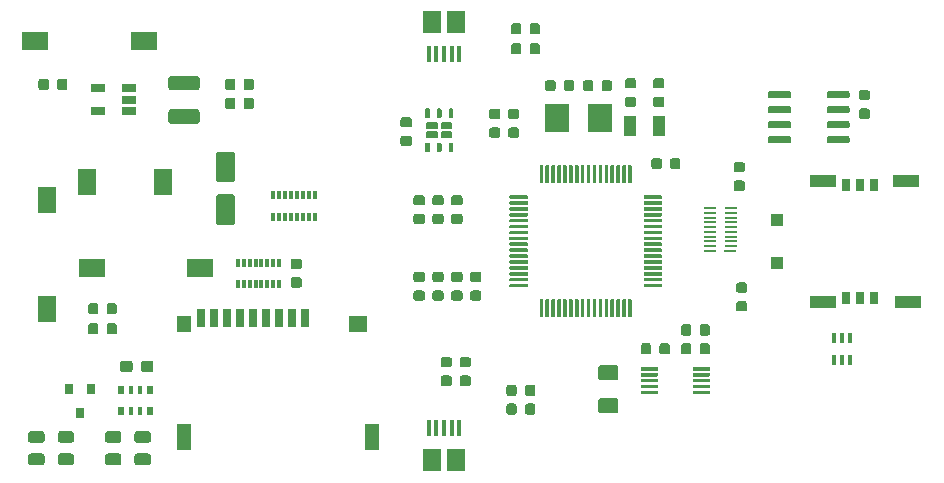
<source format=gbr>
G04 #@! TF.GenerationSoftware,KiCad,Pcbnew,5.99.0-unknown-89e9857~86~ubuntu18.04.1*
G04 #@! TF.CreationDate,2019-10-10T16:09:36-04:00*
G04 #@! TF.ProjectId,node_base,6e6f6465-5f62-4617-9365-2e6b69636164,rev?*
G04 #@! TF.SameCoordinates,Original*
G04 #@! TF.FileFunction,Paste,Top*
G04 #@! TF.FilePolarity,Positive*
%FSLAX46Y46*%
G04 Gerber Fmt 4.6, Leading zero omitted, Abs format (unit mm)*
G04 Created by KiCad (PCBNEW 5.99.0-unknown-89e9857~86~ubuntu18.04.1) date 2019-10-10 16:09:36*
%MOMM*%
%LPD*%
G04 APERTURE LIST*
%ADD10C,0.100000*%
%ADD11C,0.875000*%
%ADD12R,2.000000X2.400000*%
%ADD13C,0.975000*%
%ADD14R,0.500000X0.800000*%
%ADD15R,0.400000X0.800000*%
%ADD16R,1.000000X0.200000*%
%ADD17R,1.100000X0.200000*%
%ADD18R,2.180000X1.600000*%
%ADD19R,0.300000X0.800000*%
%ADD20C,0.950000*%
%ADD21R,0.800000X0.900000*%
%ADD22R,1.500000X1.900000*%
%ADD23R,0.400000X1.350000*%
%ADD24R,0.700000X1.600000*%
%ADD25R,1.600000X1.400000*%
%ADD26R,1.200000X2.200000*%
%ADD27R,1.200000X1.400000*%
%ADD28R,1.000000X1.800000*%
%ADD29C,0.400000*%
%ADD30C,0.600000*%
%ADD31C,0.300000*%
%ADD32R,1.220000X0.650000*%
%ADD33R,0.400000X0.850000*%
%ADD34R,1.600000X2.180000*%
%ADD35C,1.250000*%
%ADD36R,1.500000X2.200000*%
%ADD37R,0.800000X1.000000*%
%ADD38R,1.000000X1.100000*%
%ADD39R,2.300000X1.000000*%
%ADD40C,1.600000*%
G04 APERTURE END LIST*
D10*
G36*
X105839962Y-91479151D02*
G01*
X105910930Y-91526570D01*
X105958349Y-91597538D01*
X105975000Y-91681250D01*
X105975000Y-92118750D01*
X105958349Y-92202462D01*
X105910930Y-92273430D01*
X105839962Y-92320849D01*
X105756250Y-92337500D01*
X105243750Y-92337500D01*
X105160038Y-92320849D01*
X105089070Y-92273430D01*
X105041651Y-92202462D01*
X105025000Y-92118750D01*
X105025000Y-91681250D01*
X105041651Y-91597538D01*
X105089070Y-91526570D01*
X105160038Y-91479151D01*
X105243750Y-91462500D01*
X105756250Y-91462500D01*
X105839962Y-91479151D01*
X105839962Y-91479151D01*
G37*
D11*
X105500000Y-91900000D03*
D10*
G36*
X105839962Y-93054151D02*
G01*
X105910930Y-93101570D01*
X105958349Y-93172538D01*
X105975000Y-93256250D01*
X105975000Y-93693750D01*
X105958349Y-93777462D01*
X105910930Y-93848430D01*
X105839962Y-93895849D01*
X105756250Y-93912500D01*
X105243750Y-93912500D01*
X105160038Y-93895849D01*
X105089070Y-93848430D01*
X105041651Y-93777462D01*
X105025000Y-93693750D01*
X105025000Y-93256250D01*
X105041651Y-93172538D01*
X105089070Y-93101570D01*
X105160038Y-93054151D01*
X105243750Y-93037500D01*
X105756250Y-93037500D01*
X105839962Y-93054151D01*
X105839962Y-93054151D01*
G37*
D11*
X105500000Y-93475000D03*
D12*
X131250000Y-79600000D03*
X127550000Y-79600000D03*
D10*
G36*
X86549529Y-106093554D02*
G01*
X86628607Y-106146393D01*
X86681446Y-106225471D01*
X86700000Y-106318750D01*
X86700000Y-106806250D01*
X86681446Y-106899529D01*
X86628607Y-106978607D01*
X86549529Y-107031446D01*
X86456250Y-107050000D01*
X85543750Y-107050000D01*
X85450471Y-107031446D01*
X85371393Y-106978607D01*
X85318554Y-106899529D01*
X85300000Y-106806250D01*
X85300000Y-106318750D01*
X85318554Y-106225471D01*
X85371393Y-106146393D01*
X85450471Y-106093554D01*
X85543750Y-106075000D01*
X86456250Y-106075000D01*
X86549529Y-106093554D01*
X86549529Y-106093554D01*
G37*
D13*
X86000000Y-106562500D03*
D10*
G36*
X86549529Y-107968554D02*
G01*
X86628607Y-108021393D01*
X86681446Y-108100471D01*
X86700000Y-108193750D01*
X86700000Y-108681250D01*
X86681446Y-108774529D01*
X86628607Y-108853607D01*
X86549529Y-108906446D01*
X86456250Y-108925000D01*
X85543750Y-108925000D01*
X85450471Y-108906446D01*
X85371393Y-108853607D01*
X85318554Y-108774529D01*
X85300000Y-108681250D01*
X85300000Y-108193750D01*
X85318554Y-108100471D01*
X85371393Y-108021393D01*
X85450471Y-107968554D01*
X85543750Y-107950000D01*
X86456250Y-107950000D01*
X86549529Y-107968554D01*
X86549529Y-107968554D01*
G37*
D13*
X86000000Y-108437500D03*
D10*
G36*
X119439962Y-92591651D02*
G01*
X119510930Y-92639070D01*
X119558349Y-92710038D01*
X119575000Y-92793750D01*
X119575000Y-93231250D01*
X119558349Y-93314962D01*
X119510930Y-93385930D01*
X119439962Y-93433349D01*
X119356250Y-93450000D01*
X118843750Y-93450000D01*
X118760038Y-93433349D01*
X118689070Y-93385930D01*
X118641651Y-93314962D01*
X118625000Y-93231250D01*
X118625000Y-92793750D01*
X118641651Y-92710038D01*
X118689070Y-92639070D01*
X118760038Y-92591651D01*
X118843750Y-92575000D01*
X119356250Y-92575000D01*
X119439962Y-92591651D01*
X119439962Y-92591651D01*
G37*
D11*
X119100000Y-93012500D03*
D10*
G36*
X119439962Y-94166651D02*
G01*
X119510930Y-94214070D01*
X119558349Y-94285038D01*
X119575000Y-94368750D01*
X119575000Y-94806250D01*
X119558349Y-94889962D01*
X119510930Y-94960930D01*
X119439962Y-95008349D01*
X119356250Y-95025000D01*
X118843750Y-95025000D01*
X118760038Y-95008349D01*
X118689070Y-94960930D01*
X118641651Y-94889962D01*
X118625000Y-94806250D01*
X118625000Y-94368750D01*
X118641651Y-94285038D01*
X118689070Y-94214070D01*
X118760038Y-94166651D01*
X118843750Y-94150000D01*
X119356250Y-94150000D01*
X119439962Y-94166651D01*
X119439962Y-94166651D01*
G37*
D11*
X119100000Y-94587500D03*
D10*
G36*
X121039962Y-92591651D02*
G01*
X121110930Y-92639070D01*
X121158349Y-92710038D01*
X121175000Y-92793750D01*
X121175000Y-93231250D01*
X121158349Y-93314962D01*
X121110930Y-93385930D01*
X121039962Y-93433349D01*
X120956250Y-93450000D01*
X120443750Y-93450000D01*
X120360038Y-93433349D01*
X120289070Y-93385930D01*
X120241651Y-93314962D01*
X120225000Y-93231250D01*
X120225000Y-92793750D01*
X120241651Y-92710038D01*
X120289070Y-92639070D01*
X120360038Y-92591651D01*
X120443750Y-92575000D01*
X120956250Y-92575000D01*
X121039962Y-92591651D01*
X121039962Y-92591651D01*
G37*
D11*
X120700000Y-93012500D03*
D10*
G36*
X121039962Y-94166651D02*
G01*
X121110930Y-94214070D01*
X121158349Y-94285038D01*
X121175000Y-94368750D01*
X121175000Y-94806250D01*
X121158349Y-94889962D01*
X121110930Y-94960930D01*
X121039962Y-95008349D01*
X120956250Y-95025000D01*
X120443750Y-95025000D01*
X120360038Y-95008349D01*
X120289070Y-94960930D01*
X120241651Y-94889962D01*
X120225000Y-94806250D01*
X120225000Y-94368750D01*
X120241651Y-94285038D01*
X120289070Y-94214070D01*
X120360038Y-94166651D01*
X120443750Y-94150000D01*
X120956250Y-94150000D01*
X121039962Y-94166651D01*
X121039962Y-94166651D01*
G37*
D11*
X120700000Y-94587500D03*
D10*
G36*
X140389962Y-97041651D02*
G01*
X140460930Y-97089070D01*
X140508349Y-97160038D01*
X140525000Y-97243750D01*
X140525000Y-97756250D01*
X140508349Y-97839962D01*
X140460930Y-97910930D01*
X140389962Y-97958349D01*
X140306250Y-97975000D01*
X139868750Y-97975000D01*
X139785038Y-97958349D01*
X139714070Y-97910930D01*
X139666651Y-97839962D01*
X139650000Y-97756250D01*
X139650000Y-97243750D01*
X139666651Y-97160038D01*
X139714070Y-97089070D01*
X139785038Y-97041651D01*
X139868750Y-97025000D01*
X140306250Y-97025000D01*
X140389962Y-97041651D01*
X140389962Y-97041651D01*
G37*
D11*
X140087500Y-97500000D03*
D10*
G36*
X138814962Y-97041651D02*
G01*
X138885930Y-97089070D01*
X138933349Y-97160038D01*
X138950000Y-97243750D01*
X138950000Y-97756250D01*
X138933349Y-97839962D01*
X138885930Y-97910930D01*
X138814962Y-97958349D01*
X138731250Y-97975000D01*
X138293750Y-97975000D01*
X138210038Y-97958349D01*
X138139070Y-97910930D01*
X138091651Y-97839962D01*
X138075000Y-97756250D01*
X138075000Y-97243750D01*
X138091651Y-97160038D01*
X138139070Y-97089070D01*
X138210038Y-97041651D01*
X138293750Y-97025000D01*
X138731250Y-97025000D01*
X138814962Y-97041651D01*
X138814962Y-97041651D01*
G37*
D11*
X138512500Y-97500000D03*
D10*
G36*
X140389962Y-98641651D02*
G01*
X140460930Y-98689070D01*
X140508349Y-98760038D01*
X140525000Y-98843750D01*
X140525000Y-99356250D01*
X140508349Y-99439962D01*
X140460930Y-99510930D01*
X140389962Y-99558349D01*
X140306250Y-99575000D01*
X139868750Y-99575000D01*
X139785038Y-99558349D01*
X139714070Y-99510930D01*
X139666651Y-99439962D01*
X139650000Y-99356250D01*
X139650000Y-98843750D01*
X139666651Y-98760038D01*
X139714070Y-98689070D01*
X139785038Y-98641651D01*
X139868750Y-98625000D01*
X140306250Y-98625000D01*
X140389962Y-98641651D01*
X140389962Y-98641651D01*
G37*
D11*
X140087500Y-99100000D03*
D10*
G36*
X138814962Y-98641651D02*
G01*
X138885930Y-98689070D01*
X138933349Y-98760038D01*
X138950000Y-98843750D01*
X138950000Y-99356250D01*
X138933349Y-99439962D01*
X138885930Y-99510930D01*
X138814962Y-99558349D01*
X138731250Y-99575000D01*
X138293750Y-99575000D01*
X138210038Y-99558349D01*
X138139070Y-99510930D01*
X138091651Y-99439962D01*
X138075000Y-99356250D01*
X138075000Y-98843750D01*
X138091651Y-98760038D01*
X138139070Y-98689070D01*
X138210038Y-98641651D01*
X138293750Y-98625000D01*
X138731250Y-98625000D01*
X138814962Y-98641651D01*
X138814962Y-98641651D01*
G37*
D11*
X138512500Y-99100000D03*
D14*
X90700000Y-104400000D03*
D15*
X91500000Y-104400000D03*
D14*
X93100000Y-104400000D03*
D15*
X92300000Y-104400000D03*
D14*
X90700000Y-102600000D03*
D15*
X92300000Y-102600000D03*
X91500000Y-102600000D03*
D14*
X93100000Y-102600000D03*
D16*
X140500000Y-90800000D03*
X140500000Y-90400000D03*
X140500000Y-90000000D03*
X140500000Y-89600000D03*
X140500000Y-89200000D03*
X140500000Y-88800000D03*
X140500000Y-88400000D03*
X140500000Y-88000000D03*
X140500000Y-87600000D03*
X140500000Y-87200000D03*
X142300000Y-87200000D03*
X142300000Y-87600000D03*
X142300000Y-88000000D03*
X142300000Y-88400000D03*
X142300000Y-88800000D03*
X142300000Y-89200000D03*
X142300000Y-89600000D03*
X142300000Y-90000000D03*
X142300000Y-90400000D03*
D17*
X142250000Y-90800000D03*
D18*
X88210000Y-92300000D03*
X97390000Y-92300000D03*
D19*
X101050000Y-93600000D03*
X102050000Y-93600000D03*
X101550000Y-93600000D03*
X102550000Y-93600000D03*
X103050000Y-93600000D03*
X103550000Y-93600000D03*
X101050000Y-91800000D03*
X101550000Y-91800000D03*
X102050000Y-91800000D03*
X102550000Y-91800000D03*
X103050000Y-91800000D03*
X103550000Y-91800000D03*
X100550000Y-93600000D03*
X100550000Y-91800000D03*
X104050000Y-93600000D03*
X104050000Y-91800000D03*
X106550000Y-86100000D03*
X105550000Y-86100000D03*
X106050000Y-86100000D03*
X105050000Y-86100000D03*
X104550000Y-86100000D03*
X104050000Y-86100000D03*
X106550000Y-87900000D03*
X106050000Y-87900000D03*
X105550000Y-87900000D03*
X105050000Y-87900000D03*
X104550000Y-87900000D03*
X104050000Y-87900000D03*
X107050000Y-86100000D03*
X107050000Y-87900000D03*
X103550000Y-86100000D03*
X103550000Y-87900000D03*
D10*
G36*
X93253387Y-100118079D02*
G01*
X93330438Y-100169562D01*
X93381921Y-100246613D01*
X93400000Y-100337500D01*
X93400000Y-100812500D01*
X93381921Y-100903387D01*
X93330438Y-100980438D01*
X93253387Y-101031921D01*
X93162500Y-101050000D01*
X92587500Y-101050000D01*
X92496613Y-101031921D01*
X92419562Y-100980438D01*
X92368079Y-100903387D01*
X92350000Y-100812500D01*
X92350000Y-100337500D01*
X92368079Y-100246613D01*
X92419562Y-100169562D01*
X92496613Y-100118079D01*
X92587500Y-100100000D01*
X93162500Y-100100000D01*
X93253387Y-100118079D01*
X93253387Y-100118079D01*
G37*
D20*
X92875000Y-100575000D03*
D10*
G36*
X91503387Y-100118079D02*
G01*
X91580438Y-100169562D01*
X91631921Y-100246613D01*
X91650000Y-100337500D01*
X91650000Y-100812500D01*
X91631921Y-100903387D01*
X91580438Y-100980438D01*
X91503387Y-101031921D01*
X91412500Y-101050000D01*
X90837500Y-101050000D01*
X90746613Y-101031921D01*
X90669562Y-100980438D01*
X90618079Y-100903387D01*
X90600000Y-100812500D01*
X90600000Y-100337500D01*
X90618079Y-100246613D01*
X90669562Y-100169562D01*
X90746613Y-100118079D01*
X90837500Y-100100000D01*
X91412500Y-100100000D01*
X91503387Y-100118079D01*
X91503387Y-100118079D01*
G37*
D20*
X91125000Y-100575000D03*
D10*
G36*
X124027462Y-102141651D02*
G01*
X124098430Y-102189070D01*
X124145849Y-102260038D01*
X124162500Y-102343750D01*
X124162500Y-102856250D01*
X124145849Y-102939962D01*
X124098430Y-103010930D01*
X124027462Y-103058349D01*
X123943750Y-103075000D01*
X123506250Y-103075000D01*
X123422538Y-103058349D01*
X123351570Y-103010930D01*
X123304151Y-102939962D01*
X123287500Y-102856250D01*
X123287500Y-102343750D01*
X123304151Y-102260038D01*
X123351570Y-102189070D01*
X123422538Y-102141651D01*
X123506250Y-102125000D01*
X123943750Y-102125000D01*
X124027462Y-102141651D01*
X124027462Y-102141651D01*
G37*
D11*
X123725000Y-102600000D03*
D10*
G36*
X125602462Y-102141651D02*
G01*
X125673430Y-102189070D01*
X125720849Y-102260038D01*
X125737500Y-102343750D01*
X125737500Y-102856250D01*
X125720849Y-102939962D01*
X125673430Y-103010930D01*
X125602462Y-103058349D01*
X125518750Y-103075000D01*
X125081250Y-103075000D01*
X124997538Y-103058349D01*
X124926570Y-103010930D01*
X124879151Y-102939962D01*
X124862500Y-102856250D01*
X124862500Y-102343750D01*
X124879151Y-102260038D01*
X124926570Y-102189070D01*
X124997538Y-102141651D01*
X125081250Y-102125000D01*
X125518750Y-102125000D01*
X125602462Y-102141651D01*
X125602462Y-102141651D01*
G37*
D11*
X125300000Y-102600000D03*
D10*
G36*
X124027462Y-103741651D02*
G01*
X124098430Y-103789070D01*
X124145849Y-103860038D01*
X124162500Y-103943750D01*
X124162500Y-104456250D01*
X124145849Y-104539962D01*
X124098430Y-104610930D01*
X124027462Y-104658349D01*
X123943750Y-104675000D01*
X123506250Y-104675000D01*
X123422538Y-104658349D01*
X123351570Y-104610930D01*
X123304151Y-104539962D01*
X123287500Y-104456250D01*
X123287500Y-103943750D01*
X123304151Y-103860038D01*
X123351570Y-103789070D01*
X123422538Y-103741651D01*
X123506250Y-103725000D01*
X123943750Y-103725000D01*
X124027462Y-103741651D01*
X124027462Y-103741651D01*
G37*
D11*
X123725000Y-104200000D03*
D10*
G36*
X125602462Y-103741651D02*
G01*
X125673430Y-103789070D01*
X125720849Y-103860038D01*
X125737500Y-103943750D01*
X125737500Y-104456250D01*
X125720849Y-104539962D01*
X125673430Y-104610930D01*
X125602462Y-104658349D01*
X125518750Y-104675000D01*
X125081250Y-104675000D01*
X124997538Y-104658349D01*
X124926570Y-104610930D01*
X124879151Y-104539962D01*
X124862500Y-104456250D01*
X124862500Y-103943750D01*
X124879151Y-103860038D01*
X124926570Y-103789070D01*
X124997538Y-103741651D01*
X125081250Y-103725000D01*
X125518750Y-103725000D01*
X125602462Y-103741651D01*
X125602462Y-103741651D01*
G37*
D11*
X125300000Y-104200000D03*
D10*
G36*
X124414962Y-73241651D02*
G01*
X124485930Y-73289070D01*
X124533349Y-73360038D01*
X124550000Y-73443750D01*
X124550000Y-73956250D01*
X124533349Y-74039962D01*
X124485930Y-74110930D01*
X124414962Y-74158349D01*
X124331250Y-74175000D01*
X123893750Y-74175000D01*
X123810038Y-74158349D01*
X123739070Y-74110930D01*
X123691651Y-74039962D01*
X123675000Y-73956250D01*
X123675000Y-73443750D01*
X123691651Y-73360038D01*
X123739070Y-73289070D01*
X123810038Y-73241651D01*
X123893750Y-73225000D01*
X124331250Y-73225000D01*
X124414962Y-73241651D01*
X124414962Y-73241651D01*
G37*
D11*
X124112500Y-73700000D03*
D10*
G36*
X125989962Y-73241651D02*
G01*
X126060930Y-73289070D01*
X126108349Y-73360038D01*
X126125000Y-73443750D01*
X126125000Y-73956250D01*
X126108349Y-74039962D01*
X126060930Y-74110930D01*
X125989962Y-74158349D01*
X125906250Y-74175000D01*
X125468750Y-74175000D01*
X125385038Y-74158349D01*
X125314070Y-74110930D01*
X125266651Y-74039962D01*
X125250000Y-73956250D01*
X125250000Y-73443750D01*
X125266651Y-73360038D01*
X125314070Y-73289070D01*
X125385038Y-73241651D01*
X125468750Y-73225000D01*
X125906250Y-73225000D01*
X125989962Y-73241651D01*
X125989962Y-73241651D01*
G37*
D11*
X125687500Y-73700000D03*
D10*
G36*
X124414962Y-71541651D02*
G01*
X124485930Y-71589070D01*
X124533349Y-71660038D01*
X124550000Y-71743750D01*
X124550000Y-72256250D01*
X124533349Y-72339962D01*
X124485930Y-72410930D01*
X124414962Y-72458349D01*
X124331250Y-72475000D01*
X123893750Y-72475000D01*
X123810038Y-72458349D01*
X123739070Y-72410930D01*
X123691651Y-72339962D01*
X123675000Y-72256250D01*
X123675000Y-71743750D01*
X123691651Y-71660038D01*
X123739070Y-71589070D01*
X123810038Y-71541651D01*
X123893750Y-71525000D01*
X124331250Y-71525000D01*
X124414962Y-71541651D01*
X124414962Y-71541651D01*
G37*
D11*
X124112500Y-72000000D03*
D10*
G36*
X125989962Y-71541651D02*
G01*
X126060930Y-71589070D01*
X126108349Y-71660038D01*
X126125000Y-71743750D01*
X126125000Y-72256250D01*
X126108349Y-72339962D01*
X126060930Y-72410930D01*
X125989962Y-72458349D01*
X125906250Y-72475000D01*
X125468750Y-72475000D01*
X125385038Y-72458349D01*
X125314070Y-72410930D01*
X125266651Y-72339962D01*
X125250000Y-72256250D01*
X125250000Y-71743750D01*
X125266651Y-71660038D01*
X125314070Y-71589070D01*
X125385038Y-71541651D01*
X125468750Y-71525000D01*
X125906250Y-71525000D01*
X125989962Y-71541651D01*
X125989962Y-71541651D01*
G37*
D11*
X125687500Y-72000000D03*
D10*
G36*
X116239962Y-94166651D02*
G01*
X116310930Y-94214070D01*
X116358349Y-94285038D01*
X116375000Y-94368750D01*
X116375000Y-94806250D01*
X116358349Y-94889962D01*
X116310930Y-94960930D01*
X116239962Y-95008349D01*
X116156250Y-95025000D01*
X115643750Y-95025000D01*
X115560038Y-95008349D01*
X115489070Y-94960930D01*
X115441651Y-94889962D01*
X115425000Y-94806250D01*
X115425000Y-94368750D01*
X115441651Y-94285038D01*
X115489070Y-94214070D01*
X115560038Y-94166651D01*
X115643750Y-94150000D01*
X116156250Y-94150000D01*
X116239962Y-94166651D01*
X116239962Y-94166651D01*
G37*
D11*
X115900000Y-94587500D03*
D10*
G36*
X116239962Y-92591651D02*
G01*
X116310930Y-92639070D01*
X116358349Y-92710038D01*
X116375000Y-92793750D01*
X116375000Y-93231250D01*
X116358349Y-93314962D01*
X116310930Y-93385930D01*
X116239962Y-93433349D01*
X116156250Y-93450000D01*
X115643750Y-93450000D01*
X115560038Y-93433349D01*
X115489070Y-93385930D01*
X115441651Y-93314962D01*
X115425000Y-93231250D01*
X115425000Y-92793750D01*
X115441651Y-92710038D01*
X115489070Y-92639070D01*
X115560038Y-92591651D01*
X115643750Y-92575000D01*
X116156250Y-92575000D01*
X116239962Y-92591651D01*
X116239962Y-92591651D01*
G37*
D11*
X115900000Y-93012500D03*
D10*
G36*
X117839962Y-87666651D02*
G01*
X117910930Y-87714070D01*
X117958349Y-87785038D01*
X117975000Y-87868750D01*
X117975000Y-88306250D01*
X117958349Y-88389962D01*
X117910930Y-88460930D01*
X117839962Y-88508349D01*
X117756250Y-88525000D01*
X117243750Y-88525000D01*
X117160038Y-88508349D01*
X117089070Y-88460930D01*
X117041651Y-88389962D01*
X117025000Y-88306250D01*
X117025000Y-87868750D01*
X117041651Y-87785038D01*
X117089070Y-87714070D01*
X117160038Y-87666651D01*
X117243750Y-87650000D01*
X117756250Y-87650000D01*
X117839962Y-87666651D01*
X117839962Y-87666651D01*
G37*
D11*
X117500000Y-88087500D03*
D10*
G36*
X117839962Y-86091651D02*
G01*
X117910930Y-86139070D01*
X117958349Y-86210038D01*
X117975000Y-86293750D01*
X117975000Y-86731250D01*
X117958349Y-86814962D01*
X117910930Y-86885930D01*
X117839962Y-86933349D01*
X117756250Y-86950000D01*
X117243750Y-86950000D01*
X117160038Y-86933349D01*
X117089070Y-86885930D01*
X117041651Y-86814962D01*
X117025000Y-86731250D01*
X117025000Y-86293750D01*
X117041651Y-86210038D01*
X117089070Y-86139070D01*
X117160038Y-86091651D01*
X117243750Y-86075000D01*
X117756250Y-86075000D01*
X117839962Y-86091651D01*
X117839962Y-86091651D01*
G37*
D11*
X117500000Y-86512500D03*
D10*
G36*
X116239962Y-87666651D02*
G01*
X116310930Y-87714070D01*
X116358349Y-87785038D01*
X116375000Y-87868750D01*
X116375000Y-88306250D01*
X116358349Y-88389962D01*
X116310930Y-88460930D01*
X116239962Y-88508349D01*
X116156250Y-88525000D01*
X115643750Y-88525000D01*
X115560038Y-88508349D01*
X115489070Y-88460930D01*
X115441651Y-88389962D01*
X115425000Y-88306250D01*
X115425000Y-87868750D01*
X115441651Y-87785038D01*
X115489070Y-87714070D01*
X115560038Y-87666651D01*
X115643750Y-87650000D01*
X116156250Y-87650000D01*
X116239962Y-87666651D01*
X116239962Y-87666651D01*
G37*
D11*
X115900000Y-88087500D03*
D10*
G36*
X116239962Y-86091651D02*
G01*
X116310930Y-86139070D01*
X116358349Y-86210038D01*
X116375000Y-86293750D01*
X116375000Y-86731250D01*
X116358349Y-86814962D01*
X116310930Y-86885930D01*
X116239962Y-86933349D01*
X116156250Y-86950000D01*
X115643750Y-86950000D01*
X115560038Y-86933349D01*
X115489070Y-86885930D01*
X115441651Y-86814962D01*
X115425000Y-86731250D01*
X115425000Y-86293750D01*
X115441651Y-86210038D01*
X115489070Y-86139070D01*
X115560038Y-86091651D01*
X115643750Y-86075000D01*
X116156250Y-86075000D01*
X116239962Y-86091651D01*
X116239962Y-86091651D01*
G37*
D11*
X115900000Y-86512500D03*
D10*
G36*
X118539962Y-101366651D02*
G01*
X118610930Y-101414070D01*
X118658349Y-101485038D01*
X118675000Y-101568750D01*
X118675000Y-102006250D01*
X118658349Y-102089962D01*
X118610930Y-102160930D01*
X118539962Y-102208349D01*
X118456250Y-102225000D01*
X117943750Y-102225000D01*
X117860038Y-102208349D01*
X117789070Y-102160930D01*
X117741651Y-102089962D01*
X117725000Y-102006250D01*
X117725000Y-101568750D01*
X117741651Y-101485038D01*
X117789070Y-101414070D01*
X117860038Y-101366651D01*
X117943750Y-101350000D01*
X118456250Y-101350000D01*
X118539962Y-101366651D01*
X118539962Y-101366651D01*
G37*
D11*
X118200000Y-101787500D03*
D10*
G36*
X118539962Y-99791651D02*
G01*
X118610930Y-99839070D01*
X118658349Y-99910038D01*
X118675000Y-99993750D01*
X118675000Y-100431250D01*
X118658349Y-100514962D01*
X118610930Y-100585930D01*
X118539962Y-100633349D01*
X118456250Y-100650000D01*
X117943750Y-100650000D01*
X117860038Y-100633349D01*
X117789070Y-100585930D01*
X117741651Y-100514962D01*
X117725000Y-100431250D01*
X117725000Y-99993750D01*
X117741651Y-99910038D01*
X117789070Y-99839070D01*
X117860038Y-99791651D01*
X117943750Y-99775000D01*
X118456250Y-99775000D01*
X118539962Y-99791651D01*
X118539962Y-99791651D01*
G37*
D11*
X118200000Y-100212500D03*
D10*
G36*
X100214962Y-77841651D02*
G01*
X100285930Y-77889070D01*
X100333349Y-77960038D01*
X100350000Y-78043750D01*
X100350000Y-78556250D01*
X100333349Y-78639962D01*
X100285930Y-78710930D01*
X100214962Y-78758349D01*
X100131250Y-78775000D01*
X99693750Y-78775000D01*
X99610038Y-78758349D01*
X99539070Y-78710930D01*
X99491651Y-78639962D01*
X99475000Y-78556250D01*
X99475000Y-78043750D01*
X99491651Y-77960038D01*
X99539070Y-77889070D01*
X99610038Y-77841651D01*
X99693750Y-77825000D01*
X100131250Y-77825000D01*
X100214962Y-77841651D01*
X100214962Y-77841651D01*
G37*
D11*
X99912500Y-78300000D03*
D10*
G36*
X101789962Y-77841651D02*
G01*
X101860930Y-77889070D01*
X101908349Y-77960038D01*
X101925000Y-78043750D01*
X101925000Y-78556250D01*
X101908349Y-78639962D01*
X101860930Y-78710930D01*
X101789962Y-78758349D01*
X101706250Y-78775000D01*
X101268750Y-78775000D01*
X101185038Y-78758349D01*
X101114070Y-78710930D01*
X101066651Y-78639962D01*
X101050000Y-78556250D01*
X101050000Y-78043750D01*
X101066651Y-77960038D01*
X101114070Y-77889070D01*
X101185038Y-77841651D01*
X101268750Y-77825000D01*
X101706250Y-77825000D01*
X101789962Y-77841651D01*
X101789962Y-77841651D01*
G37*
D11*
X101487500Y-78300000D03*
D10*
G36*
X101789962Y-76241651D02*
G01*
X101860930Y-76289070D01*
X101908349Y-76360038D01*
X101925000Y-76443750D01*
X101925000Y-76956250D01*
X101908349Y-77039962D01*
X101860930Y-77110930D01*
X101789962Y-77158349D01*
X101706250Y-77175000D01*
X101268750Y-77175000D01*
X101185038Y-77158349D01*
X101114070Y-77110930D01*
X101066651Y-77039962D01*
X101050000Y-76956250D01*
X101050000Y-76443750D01*
X101066651Y-76360038D01*
X101114070Y-76289070D01*
X101185038Y-76241651D01*
X101268750Y-76225000D01*
X101706250Y-76225000D01*
X101789962Y-76241651D01*
X101789962Y-76241651D01*
G37*
D11*
X101487500Y-76700000D03*
D10*
G36*
X100214962Y-76241651D02*
G01*
X100285930Y-76289070D01*
X100333349Y-76360038D01*
X100350000Y-76443750D01*
X100350000Y-76956250D01*
X100333349Y-77039962D01*
X100285930Y-77110930D01*
X100214962Y-77158349D01*
X100131250Y-77175000D01*
X99693750Y-77175000D01*
X99610038Y-77158349D01*
X99539070Y-77110930D01*
X99491651Y-77039962D01*
X99475000Y-76956250D01*
X99475000Y-76443750D01*
X99491651Y-76360038D01*
X99539070Y-76289070D01*
X99610038Y-76241651D01*
X99693750Y-76225000D01*
X100131250Y-76225000D01*
X100214962Y-76241651D01*
X100214962Y-76241651D01*
G37*
D11*
X99912500Y-76700000D03*
D21*
X87200000Y-104500000D03*
X86250000Y-102500000D03*
X88150000Y-102500000D03*
D22*
X117000000Y-108537500D03*
D23*
X118000000Y-105837500D03*
X118650000Y-105837500D03*
X119300000Y-105837500D03*
X116700000Y-105837500D03*
X117350000Y-105837500D03*
D22*
X119000000Y-108537500D03*
D24*
X97400000Y-96500000D03*
X98500000Y-96500000D03*
X99600000Y-96500000D03*
X100700000Y-96500000D03*
X101800000Y-96500000D03*
X102900000Y-96500000D03*
X104000000Y-96500000D03*
X105100000Y-96500000D03*
X106200000Y-96500000D03*
D25*
X110700000Y-97000000D03*
D26*
X96000000Y-106600000D03*
X111900000Y-106600000D03*
D27*
X96000000Y-97000000D03*
D10*
G36*
X84049529Y-106093554D02*
G01*
X84128607Y-106146393D01*
X84181446Y-106225471D01*
X84200000Y-106318750D01*
X84200000Y-106806250D01*
X84181446Y-106899529D01*
X84128607Y-106978607D01*
X84049529Y-107031446D01*
X83956250Y-107050000D01*
X83043750Y-107050000D01*
X82950471Y-107031446D01*
X82871393Y-106978607D01*
X82818554Y-106899529D01*
X82800000Y-106806250D01*
X82800000Y-106318750D01*
X82818554Y-106225471D01*
X82871393Y-106146393D01*
X82950471Y-106093554D01*
X83043750Y-106075000D01*
X83956250Y-106075000D01*
X84049529Y-106093554D01*
X84049529Y-106093554D01*
G37*
D13*
X83500000Y-106562500D03*
D10*
G36*
X84049529Y-107968554D02*
G01*
X84128607Y-108021393D01*
X84181446Y-108100471D01*
X84200000Y-108193750D01*
X84200000Y-108681250D01*
X84181446Y-108774529D01*
X84128607Y-108853607D01*
X84049529Y-108906446D01*
X83956250Y-108925000D01*
X83043750Y-108925000D01*
X82950471Y-108906446D01*
X82871393Y-108853607D01*
X82818554Y-108774529D01*
X82800000Y-108681250D01*
X82800000Y-108193750D01*
X82818554Y-108100471D01*
X82871393Y-108021393D01*
X82950471Y-107968554D01*
X83043750Y-107950000D01*
X83956250Y-107950000D01*
X84049529Y-107968554D01*
X84049529Y-107968554D01*
G37*
D13*
X83500000Y-108437500D03*
D10*
G36*
X90549529Y-106093554D02*
G01*
X90628607Y-106146393D01*
X90681446Y-106225471D01*
X90700000Y-106318750D01*
X90700000Y-106806250D01*
X90681446Y-106899529D01*
X90628607Y-106978607D01*
X90549529Y-107031446D01*
X90456250Y-107050000D01*
X89543750Y-107050000D01*
X89450471Y-107031446D01*
X89371393Y-106978607D01*
X89318554Y-106899529D01*
X89300000Y-106806250D01*
X89300000Y-106318750D01*
X89318554Y-106225471D01*
X89371393Y-106146393D01*
X89450471Y-106093554D01*
X89543750Y-106075000D01*
X90456250Y-106075000D01*
X90549529Y-106093554D01*
X90549529Y-106093554D01*
G37*
D13*
X90000000Y-106562500D03*
D10*
G36*
X90549529Y-107968554D02*
G01*
X90628607Y-108021393D01*
X90681446Y-108100471D01*
X90700000Y-108193750D01*
X90700000Y-108681250D01*
X90681446Y-108774529D01*
X90628607Y-108853607D01*
X90549529Y-108906446D01*
X90456250Y-108925000D01*
X89543750Y-108925000D01*
X89450471Y-108906446D01*
X89371393Y-108853607D01*
X89318554Y-108774529D01*
X89300000Y-108681250D01*
X89300000Y-108193750D01*
X89318554Y-108100471D01*
X89371393Y-108021393D01*
X89450471Y-107968554D01*
X89543750Y-107950000D01*
X90456250Y-107950000D01*
X90549529Y-107968554D01*
X90549529Y-107968554D01*
G37*
D13*
X90000000Y-108437500D03*
D10*
G36*
X93049529Y-106093554D02*
G01*
X93128607Y-106146393D01*
X93181446Y-106225471D01*
X93200000Y-106318750D01*
X93200000Y-106806250D01*
X93181446Y-106899529D01*
X93128607Y-106978607D01*
X93049529Y-107031446D01*
X92956250Y-107050000D01*
X92043750Y-107050000D01*
X91950471Y-107031446D01*
X91871393Y-106978607D01*
X91818554Y-106899529D01*
X91800000Y-106806250D01*
X91800000Y-106318750D01*
X91818554Y-106225471D01*
X91871393Y-106146393D01*
X91950471Y-106093554D01*
X92043750Y-106075000D01*
X92956250Y-106075000D01*
X93049529Y-106093554D01*
X93049529Y-106093554D01*
G37*
D13*
X92500000Y-106562500D03*
D10*
G36*
X93049529Y-107968554D02*
G01*
X93128607Y-108021393D01*
X93181446Y-108100471D01*
X93200000Y-108193750D01*
X93200000Y-108681250D01*
X93181446Y-108774529D01*
X93128607Y-108853607D01*
X93049529Y-108906446D01*
X92956250Y-108925000D01*
X92043750Y-108925000D01*
X91950471Y-108906446D01*
X91871393Y-108853607D01*
X91818554Y-108774529D01*
X91800000Y-108681250D01*
X91800000Y-108193750D01*
X91818554Y-108100471D01*
X91871393Y-108021393D01*
X91950471Y-107968554D01*
X92043750Y-107950000D01*
X92956250Y-107950000D01*
X93049529Y-107968554D01*
X93049529Y-107968554D01*
G37*
D13*
X92500000Y-108437500D03*
D10*
G36*
X143339962Y-84866651D02*
G01*
X143410930Y-84914070D01*
X143458349Y-84985038D01*
X143475000Y-85068750D01*
X143475000Y-85506250D01*
X143458349Y-85589962D01*
X143410930Y-85660930D01*
X143339962Y-85708349D01*
X143256250Y-85725000D01*
X142743750Y-85725000D01*
X142660038Y-85708349D01*
X142589070Y-85660930D01*
X142541651Y-85589962D01*
X142525000Y-85506250D01*
X142525000Y-85068750D01*
X142541651Y-84985038D01*
X142589070Y-84914070D01*
X142660038Y-84866651D01*
X142743750Y-84850000D01*
X143256250Y-84850000D01*
X143339962Y-84866651D01*
X143339962Y-84866651D01*
G37*
D11*
X143000000Y-85287500D03*
D10*
G36*
X143339962Y-83291651D02*
G01*
X143410930Y-83339070D01*
X143458349Y-83410038D01*
X143475000Y-83493750D01*
X143475000Y-83931250D01*
X143458349Y-84014962D01*
X143410930Y-84085930D01*
X143339962Y-84133349D01*
X143256250Y-84150000D01*
X142743750Y-84150000D01*
X142660038Y-84133349D01*
X142589070Y-84085930D01*
X142541651Y-84014962D01*
X142525000Y-83931250D01*
X142525000Y-83493750D01*
X142541651Y-83410038D01*
X142589070Y-83339070D01*
X142660038Y-83291651D01*
X142743750Y-83275000D01*
X143256250Y-83275000D01*
X143339962Y-83291651D01*
X143339962Y-83291651D01*
G37*
D11*
X143000000Y-83712500D03*
D10*
G36*
X143539962Y-95066651D02*
G01*
X143610930Y-95114070D01*
X143658349Y-95185038D01*
X143675000Y-95268750D01*
X143675000Y-95706250D01*
X143658349Y-95789962D01*
X143610930Y-95860930D01*
X143539962Y-95908349D01*
X143456250Y-95925000D01*
X142943750Y-95925000D01*
X142860038Y-95908349D01*
X142789070Y-95860930D01*
X142741651Y-95789962D01*
X142725000Y-95706250D01*
X142725000Y-95268750D01*
X142741651Y-95185038D01*
X142789070Y-95114070D01*
X142860038Y-95066651D01*
X142943750Y-95050000D01*
X143456250Y-95050000D01*
X143539962Y-95066651D01*
X143539962Y-95066651D01*
G37*
D11*
X143200000Y-95487500D03*
D10*
G36*
X143539962Y-93491651D02*
G01*
X143610930Y-93539070D01*
X143658349Y-93610038D01*
X143675000Y-93693750D01*
X143675000Y-94131250D01*
X143658349Y-94214962D01*
X143610930Y-94285930D01*
X143539962Y-94333349D01*
X143456250Y-94350000D01*
X142943750Y-94350000D01*
X142860038Y-94333349D01*
X142789070Y-94285930D01*
X142741651Y-94214962D01*
X142725000Y-94131250D01*
X142725000Y-93693750D01*
X142741651Y-93610038D01*
X142789070Y-93539070D01*
X142860038Y-93491651D01*
X142943750Y-93475000D01*
X143456250Y-93475000D01*
X143539962Y-93491651D01*
X143539962Y-93491651D01*
G37*
D11*
X143200000Y-93912500D03*
D10*
G36*
X153939962Y-78766651D02*
G01*
X154010930Y-78814070D01*
X154058349Y-78885038D01*
X154075000Y-78968750D01*
X154075000Y-79406250D01*
X154058349Y-79489962D01*
X154010930Y-79560930D01*
X153939962Y-79608349D01*
X153856250Y-79625000D01*
X153343750Y-79625000D01*
X153260038Y-79608349D01*
X153189070Y-79560930D01*
X153141651Y-79489962D01*
X153125000Y-79406250D01*
X153125000Y-78968750D01*
X153141651Y-78885038D01*
X153189070Y-78814070D01*
X153260038Y-78766651D01*
X153343750Y-78750000D01*
X153856250Y-78750000D01*
X153939962Y-78766651D01*
X153939962Y-78766651D01*
G37*
D11*
X153600000Y-79187500D03*
D10*
G36*
X153939962Y-77191651D02*
G01*
X154010930Y-77239070D01*
X154058349Y-77310038D01*
X154075000Y-77393750D01*
X154075000Y-77831250D01*
X154058349Y-77914962D01*
X154010930Y-77985930D01*
X153939962Y-78033349D01*
X153856250Y-78050000D01*
X153343750Y-78050000D01*
X153260038Y-78033349D01*
X153189070Y-77985930D01*
X153141651Y-77914962D01*
X153125000Y-77831250D01*
X153125000Y-77393750D01*
X153141651Y-77310038D01*
X153189070Y-77239070D01*
X153260038Y-77191651D01*
X153343750Y-77175000D01*
X153856250Y-77175000D01*
X153939962Y-77191651D01*
X153939962Y-77191651D01*
G37*
D11*
X153600000Y-77612500D03*
D10*
G36*
X136989962Y-98641651D02*
G01*
X137060930Y-98689070D01*
X137108349Y-98760038D01*
X137125000Y-98843750D01*
X137125000Y-99356250D01*
X137108349Y-99439962D01*
X137060930Y-99510930D01*
X136989962Y-99558349D01*
X136906250Y-99575000D01*
X136468750Y-99575000D01*
X136385038Y-99558349D01*
X136314070Y-99510930D01*
X136266651Y-99439962D01*
X136250000Y-99356250D01*
X136250000Y-98843750D01*
X136266651Y-98760038D01*
X136314070Y-98689070D01*
X136385038Y-98641651D01*
X136468750Y-98625000D01*
X136906250Y-98625000D01*
X136989962Y-98641651D01*
X136989962Y-98641651D01*
G37*
D11*
X136687500Y-99100000D03*
D10*
G36*
X135414962Y-98641651D02*
G01*
X135485930Y-98689070D01*
X135533349Y-98760038D01*
X135550000Y-98843750D01*
X135550000Y-99356250D01*
X135533349Y-99439962D01*
X135485930Y-99510930D01*
X135414962Y-99558349D01*
X135331250Y-99575000D01*
X134893750Y-99575000D01*
X134810038Y-99558349D01*
X134739070Y-99510930D01*
X134691651Y-99439962D01*
X134675000Y-99356250D01*
X134675000Y-98843750D01*
X134691651Y-98760038D01*
X134739070Y-98689070D01*
X134810038Y-98641651D01*
X134893750Y-98625000D01*
X135331250Y-98625000D01*
X135414962Y-98641651D01*
X135414962Y-98641651D01*
G37*
D11*
X135112500Y-99100000D03*
D10*
G36*
X90189962Y-95241651D02*
G01*
X90260930Y-95289070D01*
X90308349Y-95360038D01*
X90325000Y-95443750D01*
X90325000Y-95956250D01*
X90308349Y-96039962D01*
X90260930Y-96110930D01*
X90189962Y-96158349D01*
X90106250Y-96175000D01*
X89668750Y-96175000D01*
X89585038Y-96158349D01*
X89514070Y-96110930D01*
X89466651Y-96039962D01*
X89450000Y-95956250D01*
X89450000Y-95443750D01*
X89466651Y-95360038D01*
X89514070Y-95289070D01*
X89585038Y-95241651D01*
X89668750Y-95225000D01*
X90106250Y-95225000D01*
X90189962Y-95241651D01*
X90189962Y-95241651D01*
G37*
D11*
X89887500Y-95700000D03*
D10*
G36*
X88614962Y-95241651D02*
G01*
X88685930Y-95289070D01*
X88733349Y-95360038D01*
X88750000Y-95443750D01*
X88750000Y-95956250D01*
X88733349Y-96039962D01*
X88685930Y-96110930D01*
X88614962Y-96158349D01*
X88531250Y-96175000D01*
X88093750Y-96175000D01*
X88010038Y-96158349D01*
X87939070Y-96110930D01*
X87891651Y-96039962D01*
X87875000Y-95956250D01*
X87875000Y-95443750D01*
X87891651Y-95360038D01*
X87939070Y-95289070D01*
X88010038Y-95241651D01*
X88093750Y-95225000D01*
X88531250Y-95225000D01*
X88614962Y-95241651D01*
X88614962Y-95241651D01*
G37*
D11*
X88312500Y-95700000D03*
D10*
G36*
X90189962Y-96941651D02*
G01*
X90260930Y-96989070D01*
X90308349Y-97060038D01*
X90325000Y-97143750D01*
X90325000Y-97656250D01*
X90308349Y-97739962D01*
X90260930Y-97810930D01*
X90189962Y-97858349D01*
X90106250Y-97875000D01*
X89668750Y-97875000D01*
X89585038Y-97858349D01*
X89514070Y-97810930D01*
X89466651Y-97739962D01*
X89450000Y-97656250D01*
X89450000Y-97143750D01*
X89466651Y-97060038D01*
X89514070Y-96989070D01*
X89585038Y-96941651D01*
X89668750Y-96925000D01*
X90106250Y-96925000D01*
X90189962Y-96941651D01*
X90189962Y-96941651D01*
G37*
D11*
X89887500Y-97400000D03*
D10*
G36*
X88614962Y-96941651D02*
G01*
X88685930Y-96989070D01*
X88733349Y-97060038D01*
X88750000Y-97143750D01*
X88750000Y-97656250D01*
X88733349Y-97739962D01*
X88685930Y-97810930D01*
X88614962Y-97858349D01*
X88531250Y-97875000D01*
X88093750Y-97875000D01*
X88010038Y-97858349D01*
X87939070Y-97810930D01*
X87891651Y-97739962D01*
X87875000Y-97656250D01*
X87875000Y-97143750D01*
X87891651Y-97060038D01*
X87939070Y-96989070D01*
X88010038Y-96941651D01*
X88093750Y-96925000D01*
X88531250Y-96925000D01*
X88614962Y-96941651D01*
X88614962Y-96941651D01*
G37*
D11*
X88312500Y-97400000D03*
D10*
G36*
X119439962Y-86091651D02*
G01*
X119510930Y-86139070D01*
X119558349Y-86210038D01*
X119575000Y-86293750D01*
X119575000Y-86731250D01*
X119558349Y-86814962D01*
X119510930Y-86885930D01*
X119439962Y-86933349D01*
X119356250Y-86950000D01*
X118843750Y-86950000D01*
X118760038Y-86933349D01*
X118689070Y-86885930D01*
X118641651Y-86814962D01*
X118625000Y-86731250D01*
X118625000Y-86293750D01*
X118641651Y-86210038D01*
X118689070Y-86139070D01*
X118760038Y-86091651D01*
X118843750Y-86075000D01*
X119356250Y-86075000D01*
X119439962Y-86091651D01*
X119439962Y-86091651D01*
G37*
D11*
X119100000Y-86512500D03*
D10*
G36*
X119439962Y-87666651D02*
G01*
X119510930Y-87714070D01*
X119558349Y-87785038D01*
X119575000Y-87868750D01*
X119575000Y-88306250D01*
X119558349Y-88389962D01*
X119510930Y-88460930D01*
X119439962Y-88508349D01*
X119356250Y-88525000D01*
X118843750Y-88525000D01*
X118760038Y-88508349D01*
X118689070Y-88460930D01*
X118641651Y-88389962D01*
X118625000Y-88306250D01*
X118625000Y-87868750D01*
X118641651Y-87785038D01*
X118689070Y-87714070D01*
X118760038Y-87666651D01*
X118843750Y-87650000D01*
X119356250Y-87650000D01*
X119439962Y-87666651D01*
X119439962Y-87666651D01*
G37*
D11*
X119100000Y-88087500D03*
D10*
G36*
X115139962Y-79491651D02*
G01*
X115210930Y-79539070D01*
X115258349Y-79610038D01*
X115275000Y-79693750D01*
X115275000Y-80131250D01*
X115258349Y-80214962D01*
X115210930Y-80285930D01*
X115139962Y-80333349D01*
X115056250Y-80350000D01*
X114543750Y-80350000D01*
X114460038Y-80333349D01*
X114389070Y-80285930D01*
X114341651Y-80214962D01*
X114325000Y-80131250D01*
X114325000Y-79693750D01*
X114341651Y-79610038D01*
X114389070Y-79539070D01*
X114460038Y-79491651D01*
X114543750Y-79475000D01*
X115056250Y-79475000D01*
X115139962Y-79491651D01*
X115139962Y-79491651D01*
G37*
D11*
X114800000Y-79912500D03*
D10*
G36*
X115139962Y-81066651D02*
G01*
X115210930Y-81114070D01*
X115258349Y-81185038D01*
X115275000Y-81268750D01*
X115275000Y-81706250D01*
X115258349Y-81789962D01*
X115210930Y-81860930D01*
X115139962Y-81908349D01*
X115056250Y-81925000D01*
X114543750Y-81925000D01*
X114460038Y-81908349D01*
X114389070Y-81860930D01*
X114341651Y-81789962D01*
X114325000Y-81706250D01*
X114325000Y-81268750D01*
X114341651Y-81185038D01*
X114389070Y-81114070D01*
X114460038Y-81066651D01*
X114543750Y-81050000D01*
X115056250Y-81050000D01*
X115139962Y-81066651D01*
X115139962Y-81066651D01*
G37*
D11*
X114800000Y-81487500D03*
D10*
G36*
X117839962Y-94166651D02*
G01*
X117910930Y-94214070D01*
X117958349Y-94285038D01*
X117975000Y-94368750D01*
X117975000Y-94806250D01*
X117958349Y-94889962D01*
X117910930Y-94960930D01*
X117839962Y-95008349D01*
X117756250Y-95025000D01*
X117243750Y-95025000D01*
X117160038Y-95008349D01*
X117089070Y-94960930D01*
X117041651Y-94889962D01*
X117025000Y-94806250D01*
X117025000Y-94368750D01*
X117041651Y-94285038D01*
X117089070Y-94214070D01*
X117160038Y-94166651D01*
X117243750Y-94150000D01*
X117756250Y-94150000D01*
X117839962Y-94166651D01*
X117839962Y-94166651D01*
G37*
D11*
X117500000Y-94587500D03*
D10*
G36*
X117839962Y-92591651D02*
G01*
X117910930Y-92639070D01*
X117958349Y-92710038D01*
X117975000Y-92793750D01*
X117975000Y-93231250D01*
X117958349Y-93314962D01*
X117910930Y-93385930D01*
X117839962Y-93433349D01*
X117756250Y-93450000D01*
X117243750Y-93450000D01*
X117160038Y-93433349D01*
X117089070Y-93385930D01*
X117041651Y-93314962D01*
X117025000Y-93231250D01*
X117025000Y-92793750D01*
X117041651Y-92710038D01*
X117089070Y-92639070D01*
X117160038Y-92591651D01*
X117243750Y-92575000D01*
X117756250Y-92575000D01*
X117839962Y-92591651D01*
X117839962Y-92591651D01*
G37*
D11*
X117500000Y-93012500D03*
D10*
G36*
X137889962Y-82941651D02*
G01*
X137960930Y-82989070D01*
X138008349Y-83060038D01*
X138025000Y-83143750D01*
X138025000Y-83656250D01*
X138008349Y-83739962D01*
X137960930Y-83810930D01*
X137889962Y-83858349D01*
X137806250Y-83875000D01*
X137368750Y-83875000D01*
X137285038Y-83858349D01*
X137214070Y-83810930D01*
X137166651Y-83739962D01*
X137150000Y-83656250D01*
X137150000Y-83143750D01*
X137166651Y-83060038D01*
X137214070Y-82989070D01*
X137285038Y-82941651D01*
X137368750Y-82925000D01*
X137806250Y-82925000D01*
X137889962Y-82941651D01*
X137889962Y-82941651D01*
G37*
D11*
X137587500Y-83400000D03*
D10*
G36*
X136314962Y-82941651D02*
G01*
X136385930Y-82989070D01*
X136433349Y-83060038D01*
X136450000Y-83143750D01*
X136450000Y-83656250D01*
X136433349Y-83739962D01*
X136385930Y-83810930D01*
X136314962Y-83858349D01*
X136231250Y-83875000D01*
X135793750Y-83875000D01*
X135710038Y-83858349D01*
X135639070Y-83810930D01*
X135591651Y-83739962D01*
X135575000Y-83656250D01*
X135575000Y-83143750D01*
X135591651Y-83060038D01*
X135639070Y-82989070D01*
X135710038Y-82941651D01*
X135793750Y-82925000D01*
X136231250Y-82925000D01*
X136314962Y-82941651D01*
X136314962Y-82941651D01*
G37*
D11*
X136012500Y-83400000D03*
D10*
G36*
X124239962Y-80366651D02*
G01*
X124310930Y-80414070D01*
X124358349Y-80485038D01*
X124375000Y-80568750D01*
X124375000Y-81006250D01*
X124358349Y-81089962D01*
X124310930Y-81160930D01*
X124239962Y-81208349D01*
X124156250Y-81225000D01*
X123643750Y-81225000D01*
X123560038Y-81208349D01*
X123489070Y-81160930D01*
X123441651Y-81089962D01*
X123425000Y-81006250D01*
X123425000Y-80568750D01*
X123441651Y-80485038D01*
X123489070Y-80414070D01*
X123560038Y-80366651D01*
X123643750Y-80350000D01*
X124156250Y-80350000D01*
X124239962Y-80366651D01*
X124239962Y-80366651D01*
G37*
D11*
X123900000Y-80787500D03*
D10*
G36*
X124239962Y-78791651D02*
G01*
X124310930Y-78839070D01*
X124358349Y-78910038D01*
X124375000Y-78993750D01*
X124375000Y-79431250D01*
X124358349Y-79514962D01*
X124310930Y-79585930D01*
X124239962Y-79633349D01*
X124156250Y-79650000D01*
X123643750Y-79650000D01*
X123560038Y-79633349D01*
X123489070Y-79585930D01*
X123441651Y-79514962D01*
X123425000Y-79431250D01*
X123425000Y-78993750D01*
X123441651Y-78910038D01*
X123489070Y-78839070D01*
X123560038Y-78791651D01*
X123643750Y-78775000D01*
X124156250Y-78775000D01*
X124239962Y-78791651D01*
X124239962Y-78791651D01*
G37*
D11*
X123900000Y-79212500D03*
D10*
G36*
X120139962Y-99791651D02*
G01*
X120210930Y-99839070D01*
X120258349Y-99910038D01*
X120275000Y-99993750D01*
X120275000Y-100431250D01*
X120258349Y-100514962D01*
X120210930Y-100585930D01*
X120139962Y-100633349D01*
X120056250Y-100650000D01*
X119543750Y-100650000D01*
X119460038Y-100633349D01*
X119389070Y-100585930D01*
X119341651Y-100514962D01*
X119325000Y-100431250D01*
X119325000Y-99993750D01*
X119341651Y-99910038D01*
X119389070Y-99839070D01*
X119460038Y-99791651D01*
X119543750Y-99775000D01*
X120056250Y-99775000D01*
X120139962Y-99791651D01*
X120139962Y-99791651D01*
G37*
D11*
X119800000Y-100212500D03*
D10*
G36*
X120139962Y-101366651D02*
G01*
X120210930Y-101414070D01*
X120258349Y-101485038D01*
X120275000Y-101568750D01*
X120275000Y-102006250D01*
X120258349Y-102089962D01*
X120210930Y-102160930D01*
X120139962Y-102208349D01*
X120056250Y-102225000D01*
X119543750Y-102225000D01*
X119460038Y-102208349D01*
X119389070Y-102160930D01*
X119341651Y-102089962D01*
X119325000Y-102006250D01*
X119325000Y-101568750D01*
X119341651Y-101485038D01*
X119389070Y-101414070D01*
X119460038Y-101366651D01*
X119543750Y-101350000D01*
X120056250Y-101350000D01*
X120139962Y-101366651D01*
X120139962Y-101366651D01*
G37*
D11*
X119800000Y-101787500D03*
D10*
G36*
X134139962Y-76191651D02*
G01*
X134210930Y-76239070D01*
X134258349Y-76310038D01*
X134275000Y-76393750D01*
X134275000Y-76831250D01*
X134258349Y-76914962D01*
X134210930Y-76985930D01*
X134139962Y-77033349D01*
X134056250Y-77050000D01*
X133543750Y-77050000D01*
X133460038Y-77033349D01*
X133389070Y-76985930D01*
X133341651Y-76914962D01*
X133325000Y-76831250D01*
X133325000Y-76393750D01*
X133341651Y-76310038D01*
X133389070Y-76239070D01*
X133460038Y-76191651D01*
X133543750Y-76175000D01*
X134056250Y-76175000D01*
X134139962Y-76191651D01*
X134139962Y-76191651D01*
G37*
D11*
X133800000Y-76612500D03*
D10*
G36*
X134139962Y-77766651D02*
G01*
X134210930Y-77814070D01*
X134258349Y-77885038D01*
X134275000Y-77968750D01*
X134275000Y-78406250D01*
X134258349Y-78489962D01*
X134210930Y-78560930D01*
X134139962Y-78608349D01*
X134056250Y-78625000D01*
X133543750Y-78625000D01*
X133460038Y-78608349D01*
X133389070Y-78560930D01*
X133341651Y-78489962D01*
X133325000Y-78406250D01*
X133325000Y-77968750D01*
X133341651Y-77885038D01*
X133389070Y-77814070D01*
X133460038Y-77766651D01*
X133543750Y-77750000D01*
X134056250Y-77750000D01*
X134139962Y-77766651D01*
X134139962Y-77766651D01*
G37*
D11*
X133800000Y-78187500D03*
D10*
G36*
X136539962Y-76191651D02*
G01*
X136610930Y-76239070D01*
X136658349Y-76310038D01*
X136675000Y-76393750D01*
X136675000Y-76831250D01*
X136658349Y-76914962D01*
X136610930Y-76985930D01*
X136539962Y-77033349D01*
X136456250Y-77050000D01*
X135943750Y-77050000D01*
X135860038Y-77033349D01*
X135789070Y-76985930D01*
X135741651Y-76914962D01*
X135725000Y-76831250D01*
X135725000Y-76393750D01*
X135741651Y-76310038D01*
X135789070Y-76239070D01*
X135860038Y-76191651D01*
X135943750Y-76175000D01*
X136456250Y-76175000D01*
X136539962Y-76191651D01*
X136539962Y-76191651D01*
G37*
D11*
X136200000Y-76612500D03*
D10*
G36*
X136539962Y-77766651D02*
G01*
X136610930Y-77814070D01*
X136658349Y-77885038D01*
X136675000Y-77968750D01*
X136675000Y-78406250D01*
X136658349Y-78489962D01*
X136610930Y-78560930D01*
X136539962Y-78608349D01*
X136456250Y-78625000D01*
X135943750Y-78625000D01*
X135860038Y-78608349D01*
X135789070Y-78560930D01*
X135741651Y-78489962D01*
X135725000Y-78406250D01*
X135725000Y-77968750D01*
X135741651Y-77885038D01*
X135789070Y-77814070D01*
X135860038Y-77766651D01*
X135943750Y-77750000D01*
X136456250Y-77750000D01*
X136539962Y-77766651D01*
X136539962Y-77766651D01*
G37*
D11*
X136200000Y-78187500D03*
D10*
G36*
X128889962Y-76341651D02*
G01*
X128960930Y-76389070D01*
X129008349Y-76460038D01*
X129025000Y-76543750D01*
X129025000Y-77056250D01*
X129008349Y-77139962D01*
X128960930Y-77210930D01*
X128889962Y-77258349D01*
X128806250Y-77275000D01*
X128368750Y-77275000D01*
X128285038Y-77258349D01*
X128214070Y-77210930D01*
X128166651Y-77139962D01*
X128150000Y-77056250D01*
X128150000Y-76543750D01*
X128166651Y-76460038D01*
X128214070Y-76389070D01*
X128285038Y-76341651D01*
X128368750Y-76325000D01*
X128806250Y-76325000D01*
X128889962Y-76341651D01*
X128889962Y-76341651D01*
G37*
D11*
X128587500Y-76800000D03*
D10*
G36*
X127314962Y-76341651D02*
G01*
X127385930Y-76389070D01*
X127433349Y-76460038D01*
X127450000Y-76543750D01*
X127450000Y-77056250D01*
X127433349Y-77139962D01*
X127385930Y-77210930D01*
X127314962Y-77258349D01*
X127231250Y-77275000D01*
X126793750Y-77275000D01*
X126710038Y-77258349D01*
X126639070Y-77210930D01*
X126591651Y-77139962D01*
X126575000Y-77056250D01*
X126575000Y-76543750D01*
X126591651Y-76460038D01*
X126639070Y-76389070D01*
X126710038Y-76341651D01*
X126793750Y-76325000D01*
X127231250Y-76325000D01*
X127314962Y-76341651D01*
X127314962Y-76341651D01*
G37*
D11*
X127012500Y-76800000D03*
D10*
G36*
X130514962Y-76341651D02*
G01*
X130585930Y-76389070D01*
X130633349Y-76460038D01*
X130650000Y-76543750D01*
X130650000Y-77056250D01*
X130633349Y-77139962D01*
X130585930Y-77210930D01*
X130514962Y-77258349D01*
X130431250Y-77275000D01*
X129993750Y-77275000D01*
X129910038Y-77258349D01*
X129839070Y-77210930D01*
X129791651Y-77139962D01*
X129775000Y-77056250D01*
X129775000Y-76543750D01*
X129791651Y-76460038D01*
X129839070Y-76389070D01*
X129910038Y-76341651D01*
X129993750Y-76325000D01*
X130431250Y-76325000D01*
X130514962Y-76341651D01*
X130514962Y-76341651D01*
G37*
D11*
X130212500Y-76800000D03*
D10*
G36*
X132089962Y-76341651D02*
G01*
X132160930Y-76389070D01*
X132208349Y-76460038D01*
X132225000Y-76543750D01*
X132225000Y-77056250D01*
X132208349Y-77139962D01*
X132160930Y-77210930D01*
X132089962Y-77258349D01*
X132006250Y-77275000D01*
X131568750Y-77275000D01*
X131485038Y-77258349D01*
X131414070Y-77210930D01*
X131366651Y-77139962D01*
X131350000Y-77056250D01*
X131350000Y-76543750D01*
X131366651Y-76460038D01*
X131414070Y-76389070D01*
X131485038Y-76341651D01*
X131568750Y-76325000D01*
X132006250Y-76325000D01*
X132089962Y-76341651D01*
X132089962Y-76341651D01*
G37*
D11*
X131787500Y-76800000D03*
D10*
G36*
X84414962Y-76241651D02*
G01*
X84485930Y-76289070D01*
X84533349Y-76360038D01*
X84550000Y-76443750D01*
X84550000Y-76956250D01*
X84533349Y-77039962D01*
X84485930Y-77110930D01*
X84414962Y-77158349D01*
X84331250Y-77175000D01*
X83893750Y-77175000D01*
X83810038Y-77158349D01*
X83739070Y-77110930D01*
X83691651Y-77039962D01*
X83675000Y-76956250D01*
X83675000Y-76443750D01*
X83691651Y-76360038D01*
X83739070Y-76289070D01*
X83810038Y-76241651D01*
X83893750Y-76225000D01*
X84331250Y-76225000D01*
X84414962Y-76241651D01*
X84414962Y-76241651D01*
G37*
D11*
X84112500Y-76700000D03*
D10*
G36*
X85989962Y-76241651D02*
G01*
X86060930Y-76289070D01*
X86108349Y-76360038D01*
X86125000Y-76443750D01*
X86125000Y-76956250D01*
X86108349Y-77039962D01*
X86060930Y-77110930D01*
X85989962Y-77158349D01*
X85906250Y-77175000D01*
X85468750Y-77175000D01*
X85385038Y-77158349D01*
X85314070Y-77110930D01*
X85266651Y-77039962D01*
X85250000Y-76956250D01*
X85250000Y-76443750D01*
X85266651Y-76360038D01*
X85314070Y-76289070D01*
X85385038Y-76241651D01*
X85468750Y-76225000D01*
X85906250Y-76225000D01*
X85989962Y-76241651D01*
X85989962Y-76241651D01*
G37*
D11*
X85687500Y-76700000D03*
D28*
X136250000Y-80200000D03*
X133750000Y-80200000D03*
D10*
G36*
X118738268Y-81657612D02*
G01*
X118770711Y-81679289D01*
X118792388Y-81711732D01*
X118800000Y-81750000D01*
X118800000Y-82350000D01*
X118792388Y-82388268D01*
X118770711Y-82420711D01*
X118738268Y-82442388D01*
X118700000Y-82450000D01*
X118500000Y-82450000D01*
X118461732Y-82442388D01*
X118429289Y-82420711D01*
X118407612Y-82388268D01*
X118400000Y-82350000D01*
X118400000Y-81750000D01*
X118407612Y-81711732D01*
X118429289Y-81679289D01*
X118461732Y-81657612D01*
X118500000Y-81650000D01*
X118700000Y-81650000D01*
X118738268Y-81657612D01*
X118738268Y-81657612D01*
G37*
D29*
X118600000Y-82050000D03*
D10*
G36*
X117738268Y-81657612D02*
G01*
X117770711Y-81679289D01*
X117792388Y-81711732D01*
X117800000Y-81750000D01*
X117800000Y-82350000D01*
X117792388Y-82388268D01*
X117770711Y-82420711D01*
X117738268Y-82442388D01*
X117700000Y-82450000D01*
X117500000Y-82450000D01*
X117461732Y-82442388D01*
X117429289Y-82420711D01*
X117407612Y-82388268D01*
X117400000Y-82350000D01*
X117400000Y-81750000D01*
X117407612Y-81711732D01*
X117429289Y-81679289D01*
X117461732Y-81657612D01*
X117500000Y-81650000D01*
X117700000Y-81650000D01*
X117738268Y-81657612D01*
X117738268Y-81657612D01*
G37*
D29*
X117600000Y-82050000D03*
D10*
G36*
X116738268Y-81657612D02*
G01*
X116770711Y-81679289D01*
X116792388Y-81711732D01*
X116800000Y-81750000D01*
X116800000Y-82350000D01*
X116792388Y-82388268D01*
X116770711Y-82420711D01*
X116738268Y-82442388D01*
X116700000Y-82450000D01*
X116500000Y-82450000D01*
X116461732Y-82442388D01*
X116429289Y-82420711D01*
X116407612Y-82388268D01*
X116400000Y-82350000D01*
X116400000Y-81750000D01*
X116407612Y-81711732D01*
X116429289Y-81679289D01*
X116461732Y-81657612D01*
X116500000Y-81650000D01*
X116700000Y-81650000D01*
X116738268Y-81657612D01*
X116738268Y-81657612D01*
G37*
D29*
X116600000Y-82050000D03*
D10*
G36*
X116738268Y-78757612D02*
G01*
X116770711Y-78779289D01*
X116792388Y-78811732D01*
X116800000Y-78850000D01*
X116800000Y-79450000D01*
X116792388Y-79488268D01*
X116770711Y-79520711D01*
X116738268Y-79542388D01*
X116700000Y-79550000D01*
X116500000Y-79550000D01*
X116461732Y-79542388D01*
X116429289Y-79520711D01*
X116407612Y-79488268D01*
X116400000Y-79450000D01*
X116400000Y-78850000D01*
X116407612Y-78811732D01*
X116429289Y-78779289D01*
X116461732Y-78757612D01*
X116500000Y-78750000D01*
X116700000Y-78750000D01*
X116738268Y-78757612D01*
X116738268Y-78757612D01*
G37*
D29*
X116600000Y-79150000D03*
D10*
G36*
X117738268Y-78757612D02*
G01*
X117770711Y-78779289D01*
X117792388Y-78811732D01*
X117800000Y-78850000D01*
X117800000Y-79450000D01*
X117792388Y-79488268D01*
X117770711Y-79520711D01*
X117738268Y-79542388D01*
X117700000Y-79550000D01*
X117500000Y-79550000D01*
X117461732Y-79542388D01*
X117429289Y-79520711D01*
X117407612Y-79488268D01*
X117400000Y-79450000D01*
X117400000Y-78850000D01*
X117407612Y-78811732D01*
X117429289Y-78779289D01*
X117461732Y-78757612D01*
X117500000Y-78750000D01*
X117700000Y-78750000D01*
X117738268Y-78757612D01*
X117738268Y-78757612D01*
G37*
D29*
X117600000Y-79150000D03*
D10*
G36*
X118738268Y-78757612D02*
G01*
X118770711Y-78779289D01*
X118792388Y-78811732D01*
X118800000Y-78850000D01*
X118800000Y-79450000D01*
X118792388Y-79488268D01*
X118770711Y-79520711D01*
X118738268Y-79542388D01*
X118700000Y-79550000D01*
X118500000Y-79550000D01*
X118461732Y-79542388D01*
X118429289Y-79520711D01*
X118407612Y-79488268D01*
X118400000Y-79450000D01*
X118400000Y-78850000D01*
X118407612Y-78811732D01*
X118429289Y-78779289D01*
X118461732Y-78757612D01*
X118500000Y-78750000D01*
X118700000Y-78750000D01*
X118738268Y-78757612D01*
X118738268Y-78757612D01*
G37*
D29*
X118600000Y-79150000D03*
D10*
G36*
X117392403Y-80686418D02*
G01*
X117441066Y-80718934D01*
X117473582Y-80767597D01*
X117485000Y-80825000D01*
X117485000Y-81125000D01*
X117473582Y-81182403D01*
X117441066Y-81231066D01*
X117392403Y-81263582D01*
X117335000Y-81275000D01*
X116665000Y-81275000D01*
X116607597Y-81263582D01*
X116558934Y-81231066D01*
X116526418Y-81182403D01*
X116515000Y-81125000D01*
X116515000Y-80825000D01*
X116526418Y-80767597D01*
X116558934Y-80718934D01*
X116607597Y-80686418D01*
X116665000Y-80675000D01*
X117335000Y-80675000D01*
X117392403Y-80686418D01*
X117392403Y-80686418D01*
G37*
D30*
X117000000Y-80975000D03*
D10*
G36*
X118592403Y-80686418D02*
G01*
X118641066Y-80718934D01*
X118673582Y-80767597D01*
X118685000Y-80825000D01*
X118685000Y-81125000D01*
X118673582Y-81182403D01*
X118641066Y-81231066D01*
X118592403Y-81263582D01*
X118535000Y-81275000D01*
X117865000Y-81275000D01*
X117807597Y-81263582D01*
X117758934Y-81231066D01*
X117726418Y-81182403D01*
X117715000Y-81125000D01*
X117715000Y-80825000D01*
X117726418Y-80767597D01*
X117758934Y-80718934D01*
X117807597Y-80686418D01*
X117865000Y-80675000D01*
X118535000Y-80675000D01*
X118592403Y-80686418D01*
X118592403Y-80686418D01*
G37*
D30*
X118200000Y-80975000D03*
D10*
G36*
X117392403Y-79936418D02*
G01*
X117441066Y-79968934D01*
X117473582Y-80017597D01*
X117485000Y-80075000D01*
X117485000Y-80375000D01*
X117473582Y-80432403D01*
X117441066Y-80481066D01*
X117392403Y-80513582D01*
X117335000Y-80525000D01*
X116665000Y-80525000D01*
X116607597Y-80513582D01*
X116558934Y-80481066D01*
X116526418Y-80432403D01*
X116515000Y-80375000D01*
X116515000Y-80075000D01*
X116526418Y-80017597D01*
X116558934Y-79968934D01*
X116607597Y-79936418D01*
X116665000Y-79925000D01*
X117335000Y-79925000D01*
X117392403Y-79936418D01*
X117392403Y-79936418D01*
G37*
D30*
X117000000Y-80225000D03*
D10*
G36*
X118592403Y-79936418D02*
G01*
X118641066Y-79968934D01*
X118673582Y-80017597D01*
X118685000Y-80075000D01*
X118685000Y-80375000D01*
X118673582Y-80432403D01*
X118641066Y-80481066D01*
X118592403Y-80513582D01*
X118535000Y-80525000D01*
X117865000Y-80525000D01*
X117807597Y-80513582D01*
X117758934Y-80481066D01*
X117726418Y-80432403D01*
X117715000Y-80375000D01*
X117715000Y-80075000D01*
X117726418Y-80017597D01*
X117758934Y-79968934D01*
X117807597Y-79936418D01*
X117865000Y-79925000D01*
X118535000Y-79925000D01*
X118592403Y-79936418D01*
X118592403Y-79936418D01*
G37*
D30*
X118200000Y-80225000D03*
D10*
G36*
X140478701Y-102655709D02*
G01*
X140503033Y-102671967D01*
X140519291Y-102696299D01*
X140525000Y-102725000D01*
X140525000Y-102875000D01*
X140519291Y-102903701D01*
X140503033Y-102928033D01*
X140478701Y-102944291D01*
X140450000Y-102950000D01*
X139150000Y-102950000D01*
X139121299Y-102944291D01*
X139096967Y-102928033D01*
X139080709Y-102903701D01*
X139075000Y-102875000D01*
X139075000Y-102725000D01*
X139080709Y-102696299D01*
X139096967Y-102671967D01*
X139121299Y-102655709D01*
X139150000Y-102650000D01*
X140450000Y-102650000D01*
X140478701Y-102655709D01*
X140478701Y-102655709D01*
G37*
D31*
X139800000Y-102800000D03*
D10*
G36*
X140478701Y-102155709D02*
G01*
X140503033Y-102171967D01*
X140519291Y-102196299D01*
X140525000Y-102225000D01*
X140525000Y-102375000D01*
X140519291Y-102403701D01*
X140503033Y-102428033D01*
X140478701Y-102444291D01*
X140450000Y-102450000D01*
X139150000Y-102450000D01*
X139121299Y-102444291D01*
X139096967Y-102428033D01*
X139080709Y-102403701D01*
X139075000Y-102375000D01*
X139075000Y-102225000D01*
X139080709Y-102196299D01*
X139096967Y-102171967D01*
X139121299Y-102155709D01*
X139150000Y-102150000D01*
X140450000Y-102150000D01*
X140478701Y-102155709D01*
X140478701Y-102155709D01*
G37*
D31*
X139800000Y-102300000D03*
D10*
G36*
X140478701Y-101655709D02*
G01*
X140503033Y-101671967D01*
X140519291Y-101696299D01*
X140525000Y-101725000D01*
X140525000Y-101875000D01*
X140519291Y-101903701D01*
X140503033Y-101928033D01*
X140478701Y-101944291D01*
X140450000Y-101950000D01*
X139150000Y-101950000D01*
X139121299Y-101944291D01*
X139096967Y-101928033D01*
X139080709Y-101903701D01*
X139075000Y-101875000D01*
X139075000Y-101725000D01*
X139080709Y-101696299D01*
X139096967Y-101671967D01*
X139121299Y-101655709D01*
X139150000Y-101650000D01*
X140450000Y-101650000D01*
X140478701Y-101655709D01*
X140478701Y-101655709D01*
G37*
D31*
X139800000Y-101800000D03*
D10*
G36*
X140478701Y-101155709D02*
G01*
X140503033Y-101171967D01*
X140519291Y-101196299D01*
X140525000Y-101225000D01*
X140525000Y-101375000D01*
X140519291Y-101403701D01*
X140503033Y-101428033D01*
X140478701Y-101444291D01*
X140450000Y-101450000D01*
X139150000Y-101450000D01*
X139121299Y-101444291D01*
X139096967Y-101428033D01*
X139080709Y-101403701D01*
X139075000Y-101375000D01*
X139075000Y-101225000D01*
X139080709Y-101196299D01*
X139096967Y-101171967D01*
X139121299Y-101155709D01*
X139150000Y-101150000D01*
X140450000Y-101150000D01*
X140478701Y-101155709D01*
X140478701Y-101155709D01*
G37*
D31*
X139800000Y-101300000D03*
D10*
G36*
X140478701Y-100655709D02*
G01*
X140503033Y-100671967D01*
X140519291Y-100696299D01*
X140525000Y-100725000D01*
X140525000Y-100875000D01*
X140519291Y-100903701D01*
X140503033Y-100928033D01*
X140478701Y-100944291D01*
X140450000Y-100950000D01*
X139150000Y-100950000D01*
X139121299Y-100944291D01*
X139096967Y-100928033D01*
X139080709Y-100903701D01*
X139075000Y-100875000D01*
X139075000Y-100725000D01*
X139080709Y-100696299D01*
X139096967Y-100671967D01*
X139121299Y-100655709D01*
X139150000Y-100650000D01*
X140450000Y-100650000D01*
X140478701Y-100655709D01*
X140478701Y-100655709D01*
G37*
D31*
X139800000Y-100800000D03*
D10*
G36*
X136078701Y-100655709D02*
G01*
X136103033Y-100671967D01*
X136119291Y-100696299D01*
X136125000Y-100725000D01*
X136125000Y-100875000D01*
X136119291Y-100903701D01*
X136103033Y-100928033D01*
X136078701Y-100944291D01*
X136050000Y-100950000D01*
X134750000Y-100950000D01*
X134721299Y-100944291D01*
X134696967Y-100928033D01*
X134680709Y-100903701D01*
X134675000Y-100875000D01*
X134675000Y-100725000D01*
X134680709Y-100696299D01*
X134696967Y-100671967D01*
X134721299Y-100655709D01*
X134750000Y-100650000D01*
X136050000Y-100650000D01*
X136078701Y-100655709D01*
X136078701Y-100655709D01*
G37*
D31*
X135400000Y-100800000D03*
D10*
G36*
X136078701Y-101155709D02*
G01*
X136103033Y-101171967D01*
X136119291Y-101196299D01*
X136125000Y-101225000D01*
X136125000Y-101375000D01*
X136119291Y-101403701D01*
X136103033Y-101428033D01*
X136078701Y-101444291D01*
X136050000Y-101450000D01*
X134750000Y-101450000D01*
X134721299Y-101444291D01*
X134696967Y-101428033D01*
X134680709Y-101403701D01*
X134675000Y-101375000D01*
X134675000Y-101225000D01*
X134680709Y-101196299D01*
X134696967Y-101171967D01*
X134721299Y-101155709D01*
X134750000Y-101150000D01*
X136050000Y-101150000D01*
X136078701Y-101155709D01*
X136078701Y-101155709D01*
G37*
D31*
X135400000Y-101300000D03*
D10*
G36*
X136078701Y-101655709D02*
G01*
X136103033Y-101671967D01*
X136119291Y-101696299D01*
X136125000Y-101725000D01*
X136125000Y-101875000D01*
X136119291Y-101903701D01*
X136103033Y-101928033D01*
X136078701Y-101944291D01*
X136050000Y-101950000D01*
X134750000Y-101950000D01*
X134721299Y-101944291D01*
X134696967Y-101928033D01*
X134680709Y-101903701D01*
X134675000Y-101875000D01*
X134675000Y-101725000D01*
X134680709Y-101696299D01*
X134696967Y-101671967D01*
X134721299Y-101655709D01*
X134750000Y-101650000D01*
X136050000Y-101650000D01*
X136078701Y-101655709D01*
X136078701Y-101655709D01*
G37*
D31*
X135400000Y-101800000D03*
D10*
G36*
X136078701Y-102155709D02*
G01*
X136103033Y-102171967D01*
X136119291Y-102196299D01*
X136125000Y-102225000D01*
X136125000Y-102375000D01*
X136119291Y-102403701D01*
X136103033Y-102428033D01*
X136078701Y-102444291D01*
X136050000Y-102450000D01*
X134750000Y-102450000D01*
X134721299Y-102444291D01*
X134696967Y-102428033D01*
X134680709Y-102403701D01*
X134675000Y-102375000D01*
X134675000Y-102225000D01*
X134680709Y-102196299D01*
X134696967Y-102171967D01*
X134721299Y-102155709D01*
X134750000Y-102150000D01*
X136050000Y-102150000D01*
X136078701Y-102155709D01*
X136078701Y-102155709D01*
G37*
D31*
X135400000Y-102300000D03*
D10*
G36*
X136078701Y-102655709D02*
G01*
X136103033Y-102671967D01*
X136119291Y-102696299D01*
X136125000Y-102725000D01*
X136125000Y-102875000D01*
X136119291Y-102903701D01*
X136103033Y-102928033D01*
X136078701Y-102944291D01*
X136050000Y-102950000D01*
X134750000Y-102950000D01*
X134721299Y-102944291D01*
X134696967Y-102928033D01*
X134680709Y-102903701D01*
X134675000Y-102875000D01*
X134675000Y-102725000D01*
X134680709Y-102696299D01*
X134696967Y-102671967D01*
X134721299Y-102655709D01*
X134750000Y-102650000D01*
X136050000Y-102650000D01*
X136078701Y-102655709D01*
X136078701Y-102655709D01*
G37*
D31*
X135400000Y-102800000D03*
D32*
X88690000Y-78950000D03*
X88690000Y-77050000D03*
X91310000Y-77050000D03*
X91310000Y-78000000D03*
X91310000Y-78950000D03*
D10*
G36*
X147307403Y-81116418D02*
G01*
X147356066Y-81148934D01*
X147388582Y-81197597D01*
X147400000Y-81255000D01*
X147400000Y-81555000D01*
X147388582Y-81612403D01*
X147356066Y-81661066D01*
X147307403Y-81693582D01*
X147250000Y-81705000D01*
X145600000Y-81705000D01*
X145542597Y-81693582D01*
X145493934Y-81661066D01*
X145461418Y-81612403D01*
X145450000Y-81555000D01*
X145450000Y-81255000D01*
X145461418Y-81197597D01*
X145493934Y-81148934D01*
X145542597Y-81116418D01*
X145600000Y-81105000D01*
X147250000Y-81105000D01*
X147307403Y-81116418D01*
X147307403Y-81116418D01*
G37*
D30*
X146425000Y-81405000D03*
D10*
G36*
X147307403Y-79846418D02*
G01*
X147356066Y-79878934D01*
X147388582Y-79927597D01*
X147400000Y-79985000D01*
X147400000Y-80285000D01*
X147388582Y-80342403D01*
X147356066Y-80391066D01*
X147307403Y-80423582D01*
X147250000Y-80435000D01*
X145600000Y-80435000D01*
X145542597Y-80423582D01*
X145493934Y-80391066D01*
X145461418Y-80342403D01*
X145450000Y-80285000D01*
X145450000Y-79985000D01*
X145461418Y-79927597D01*
X145493934Y-79878934D01*
X145542597Y-79846418D01*
X145600000Y-79835000D01*
X147250000Y-79835000D01*
X147307403Y-79846418D01*
X147307403Y-79846418D01*
G37*
D30*
X146425000Y-80135000D03*
D10*
G36*
X147307403Y-78576418D02*
G01*
X147356066Y-78608934D01*
X147388582Y-78657597D01*
X147400000Y-78715000D01*
X147400000Y-79015000D01*
X147388582Y-79072403D01*
X147356066Y-79121066D01*
X147307403Y-79153582D01*
X147250000Y-79165000D01*
X145600000Y-79165000D01*
X145542597Y-79153582D01*
X145493934Y-79121066D01*
X145461418Y-79072403D01*
X145450000Y-79015000D01*
X145450000Y-78715000D01*
X145461418Y-78657597D01*
X145493934Y-78608934D01*
X145542597Y-78576418D01*
X145600000Y-78565000D01*
X147250000Y-78565000D01*
X147307403Y-78576418D01*
X147307403Y-78576418D01*
G37*
D30*
X146425000Y-78865000D03*
D10*
G36*
X147307403Y-77306418D02*
G01*
X147356066Y-77338934D01*
X147388582Y-77387597D01*
X147400000Y-77445000D01*
X147400000Y-77745000D01*
X147388582Y-77802403D01*
X147356066Y-77851066D01*
X147307403Y-77883582D01*
X147250000Y-77895000D01*
X145600000Y-77895000D01*
X145542597Y-77883582D01*
X145493934Y-77851066D01*
X145461418Y-77802403D01*
X145450000Y-77745000D01*
X145450000Y-77445000D01*
X145461418Y-77387597D01*
X145493934Y-77338934D01*
X145542597Y-77306418D01*
X145600000Y-77295000D01*
X147250000Y-77295000D01*
X147307403Y-77306418D01*
X147307403Y-77306418D01*
G37*
D30*
X146425000Y-77595000D03*
D10*
G36*
X152257403Y-77306418D02*
G01*
X152306066Y-77338934D01*
X152338582Y-77387597D01*
X152350000Y-77445000D01*
X152350000Y-77745000D01*
X152338582Y-77802403D01*
X152306066Y-77851066D01*
X152257403Y-77883582D01*
X152200000Y-77895000D01*
X150550000Y-77895000D01*
X150492597Y-77883582D01*
X150443934Y-77851066D01*
X150411418Y-77802403D01*
X150400000Y-77745000D01*
X150400000Y-77445000D01*
X150411418Y-77387597D01*
X150443934Y-77338934D01*
X150492597Y-77306418D01*
X150550000Y-77295000D01*
X152200000Y-77295000D01*
X152257403Y-77306418D01*
X152257403Y-77306418D01*
G37*
D30*
X151375000Y-77595000D03*
D10*
G36*
X152257403Y-78576418D02*
G01*
X152306066Y-78608934D01*
X152338582Y-78657597D01*
X152350000Y-78715000D01*
X152350000Y-79015000D01*
X152338582Y-79072403D01*
X152306066Y-79121066D01*
X152257403Y-79153582D01*
X152200000Y-79165000D01*
X150550000Y-79165000D01*
X150492597Y-79153582D01*
X150443934Y-79121066D01*
X150411418Y-79072403D01*
X150400000Y-79015000D01*
X150400000Y-78715000D01*
X150411418Y-78657597D01*
X150443934Y-78608934D01*
X150492597Y-78576418D01*
X150550000Y-78565000D01*
X152200000Y-78565000D01*
X152257403Y-78576418D01*
X152257403Y-78576418D01*
G37*
D30*
X151375000Y-78865000D03*
D10*
G36*
X152257403Y-79846418D02*
G01*
X152306066Y-79878934D01*
X152338582Y-79927597D01*
X152350000Y-79985000D01*
X152350000Y-80285000D01*
X152338582Y-80342403D01*
X152306066Y-80391066D01*
X152257403Y-80423582D01*
X152200000Y-80435000D01*
X150550000Y-80435000D01*
X150492597Y-80423582D01*
X150443934Y-80391066D01*
X150411418Y-80342403D01*
X150400000Y-80285000D01*
X150400000Y-79985000D01*
X150411418Y-79927597D01*
X150443934Y-79878934D01*
X150492597Y-79846418D01*
X150550000Y-79835000D01*
X152200000Y-79835000D01*
X152257403Y-79846418D01*
X152257403Y-79846418D01*
G37*
D30*
X151375000Y-80135000D03*
D10*
G36*
X152257403Y-81116418D02*
G01*
X152306066Y-81148934D01*
X152338582Y-81197597D01*
X152350000Y-81255000D01*
X152350000Y-81555000D01*
X152338582Y-81612403D01*
X152306066Y-81661066D01*
X152257403Y-81693582D01*
X152200000Y-81705000D01*
X150550000Y-81705000D01*
X150492597Y-81693582D01*
X150443934Y-81661066D01*
X150411418Y-81612403D01*
X150400000Y-81555000D01*
X150400000Y-81255000D01*
X150411418Y-81197597D01*
X150443934Y-81148934D01*
X150492597Y-81116418D01*
X150550000Y-81105000D01*
X152200000Y-81105000D01*
X152257403Y-81116418D01*
X152257403Y-81116418D01*
G37*
D30*
X151375000Y-81405000D03*
D10*
G36*
X136403701Y-86105709D02*
G01*
X136428033Y-86121967D01*
X136444291Y-86146299D01*
X136450000Y-86175000D01*
X136450000Y-86325000D01*
X136444291Y-86353701D01*
X136428033Y-86378033D01*
X136403701Y-86394291D01*
X136375000Y-86400000D01*
X134975000Y-86400000D01*
X134946299Y-86394291D01*
X134921967Y-86378033D01*
X134905709Y-86353701D01*
X134900000Y-86325000D01*
X134900000Y-86175000D01*
X134905709Y-86146299D01*
X134921967Y-86121967D01*
X134946299Y-86105709D01*
X134975000Y-86100000D01*
X136375000Y-86100000D01*
X136403701Y-86105709D01*
X136403701Y-86105709D01*
G37*
D31*
X135675000Y-86250000D03*
D10*
G36*
X136403701Y-86605709D02*
G01*
X136428033Y-86621967D01*
X136444291Y-86646299D01*
X136450000Y-86675000D01*
X136450000Y-86825000D01*
X136444291Y-86853701D01*
X136428033Y-86878033D01*
X136403701Y-86894291D01*
X136375000Y-86900000D01*
X134975000Y-86900000D01*
X134946299Y-86894291D01*
X134921967Y-86878033D01*
X134905709Y-86853701D01*
X134900000Y-86825000D01*
X134900000Y-86675000D01*
X134905709Y-86646299D01*
X134921967Y-86621967D01*
X134946299Y-86605709D01*
X134975000Y-86600000D01*
X136375000Y-86600000D01*
X136403701Y-86605709D01*
X136403701Y-86605709D01*
G37*
D31*
X135675000Y-86750000D03*
D10*
G36*
X136403701Y-87105709D02*
G01*
X136428033Y-87121967D01*
X136444291Y-87146299D01*
X136450000Y-87175000D01*
X136450000Y-87325000D01*
X136444291Y-87353701D01*
X136428033Y-87378033D01*
X136403701Y-87394291D01*
X136375000Y-87400000D01*
X134975000Y-87400000D01*
X134946299Y-87394291D01*
X134921967Y-87378033D01*
X134905709Y-87353701D01*
X134900000Y-87325000D01*
X134900000Y-87175000D01*
X134905709Y-87146299D01*
X134921967Y-87121967D01*
X134946299Y-87105709D01*
X134975000Y-87100000D01*
X136375000Y-87100000D01*
X136403701Y-87105709D01*
X136403701Y-87105709D01*
G37*
D31*
X135675000Y-87250000D03*
D10*
G36*
X136403701Y-87605709D02*
G01*
X136428033Y-87621967D01*
X136444291Y-87646299D01*
X136450000Y-87675000D01*
X136450000Y-87825000D01*
X136444291Y-87853701D01*
X136428033Y-87878033D01*
X136403701Y-87894291D01*
X136375000Y-87900000D01*
X134975000Y-87900000D01*
X134946299Y-87894291D01*
X134921967Y-87878033D01*
X134905709Y-87853701D01*
X134900000Y-87825000D01*
X134900000Y-87675000D01*
X134905709Y-87646299D01*
X134921967Y-87621967D01*
X134946299Y-87605709D01*
X134975000Y-87600000D01*
X136375000Y-87600000D01*
X136403701Y-87605709D01*
X136403701Y-87605709D01*
G37*
D31*
X135675000Y-87750000D03*
D10*
G36*
X136403701Y-88105709D02*
G01*
X136428033Y-88121967D01*
X136444291Y-88146299D01*
X136450000Y-88175000D01*
X136450000Y-88325000D01*
X136444291Y-88353701D01*
X136428033Y-88378033D01*
X136403701Y-88394291D01*
X136375000Y-88400000D01*
X134975000Y-88400000D01*
X134946299Y-88394291D01*
X134921967Y-88378033D01*
X134905709Y-88353701D01*
X134900000Y-88325000D01*
X134900000Y-88175000D01*
X134905709Y-88146299D01*
X134921967Y-88121967D01*
X134946299Y-88105709D01*
X134975000Y-88100000D01*
X136375000Y-88100000D01*
X136403701Y-88105709D01*
X136403701Y-88105709D01*
G37*
D31*
X135675000Y-88250000D03*
D10*
G36*
X136403701Y-88605709D02*
G01*
X136428033Y-88621967D01*
X136444291Y-88646299D01*
X136450000Y-88675000D01*
X136450000Y-88825000D01*
X136444291Y-88853701D01*
X136428033Y-88878033D01*
X136403701Y-88894291D01*
X136375000Y-88900000D01*
X134975000Y-88900000D01*
X134946299Y-88894291D01*
X134921967Y-88878033D01*
X134905709Y-88853701D01*
X134900000Y-88825000D01*
X134900000Y-88675000D01*
X134905709Y-88646299D01*
X134921967Y-88621967D01*
X134946299Y-88605709D01*
X134975000Y-88600000D01*
X136375000Y-88600000D01*
X136403701Y-88605709D01*
X136403701Y-88605709D01*
G37*
D31*
X135675000Y-88750000D03*
D10*
G36*
X136403701Y-89105709D02*
G01*
X136428033Y-89121967D01*
X136444291Y-89146299D01*
X136450000Y-89175000D01*
X136450000Y-89325000D01*
X136444291Y-89353701D01*
X136428033Y-89378033D01*
X136403701Y-89394291D01*
X136375000Y-89400000D01*
X134975000Y-89400000D01*
X134946299Y-89394291D01*
X134921967Y-89378033D01*
X134905709Y-89353701D01*
X134900000Y-89325000D01*
X134900000Y-89175000D01*
X134905709Y-89146299D01*
X134921967Y-89121967D01*
X134946299Y-89105709D01*
X134975000Y-89100000D01*
X136375000Y-89100000D01*
X136403701Y-89105709D01*
X136403701Y-89105709D01*
G37*
D31*
X135675000Y-89250000D03*
D10*
G36*
X136403701Y-89605709D02*
G01*
X136428033Y-89621967D01*
X136444291Y-89646299D01*
X136450000Y-89675000D01*
X136450000Y-89825000D01*
X136444291Y-89853701D01*
X136428033Y-89878033D01*
X136403701Y-89894291D01*
X136375000Y-89900000D01*
X134975000Y-89900000D01*
X134946299Y-89894291D01*
X134921967Y-89878033D01*
X134905709Y-89853701D01*
X134900000Y-89825000D01*
X134900000Y-89675000D01*
X134905709Y-89646299D01*
X134921967Y-89621967D01*
X134946299Y-89605709D01*
X134975000Y-89600000D01*
X136375000Y-89600000D01*
X136403701Y-89605709D01*
X136403701Y-89605709D01*
G37*
D31*
X135675000Y-89750000D03*
D10*
G36*
X136403701Y-90105709D02*
G01*
X136428033Y-90121967D01*
X136444291Y-90146299D01*
X136450000Y-90175000D01*
X136450000Y-90325000D01*
X136444291Y-90353701D01*
X136428033Y-90378033D01*
X136403701Y-90394291D01*
X136375000Y-90400000D01*
X134975000Y-90400000D01*
X134946299Y-90394291D01*
X134921967Y-90378033D01*
X134905709Y-90353701D01*
X134900000Y-90325000D01*
X134900000Y-90175000D01*
X134905709Y-90146299D01*
X134921967Y-90121967D01*
X134946299Y-90105709D01*
X134975000Y-90100000D01*
X136375000Y-90100000D01*
X136403701Y-90105709D01*
X136403701Y-90105709D01*
G37*
D31*
X135675000Y-90250000D03*
D10*
G36*
X136403701Y-90605709D02*
G01*
X136428033Y-90621967D01*
X136444291Y-90646299D01*
X136450000Y-90675000D01*
X136450000Y-90825000D01*
X136444291Y-90853701D01*
X136428033Y-90878033D01*
X136403701Y-90894291D01*
X136375000Y-90900000D01*
X134975000Y-90900000D01*
X134946299Y-90894291D01*
X134921967Y-90878033D01*
X134905709Y-90853701D01*
X134900000Y-90825000D01*
X134900000Y-90675000D01*
X134905709Y-90646299D01*
X134921967Y-90621967D01*
X134946299Y-90605709D01*
X134975000Y-90600000D01*
X136375000Y-90600000D01*
X136403701Y-90605709D01*
X136403701Y-90605709D01*
G37*
D31*
X135675000Y-90750000D03*
D10*
G36*
X136403701Y-91105709D02*
G01*
X136428033Y-91121967D01*
X136444291Y-91146299D01*
X136450000Y-91175000D01*
X136450000Y-91325000D01*
X136444291Y-91353701D01*
X136428033Y-91378033D01*
X136403701Y-91394291D01*
X136375000Y-91400000D01*
X134975000Y-91400000D01*
X134946299Y-91394291D01*
X134921967Y-91378033D01*
X134905709Y-91353701D01*
X134900000Y-91325000D01*
X134900000Y-91175000D01*
X134905709Y-91146299D01*
X134921967Y-91121967D01*
X134946299Y-91105709D01*
X134975000Y-91100000D01*
X136375000Y-91100000D01*
X136403701Y-91105709D01*
X136403701Y-91105709D01*
G37*
D31*
X135675000Y-91250000D03*
D10*
G36*
X136403701Y-91605709D02*
G01*
X136428033Y-91621967D01*
X136444291Y-91646299D01*
X136450000Y-91675000D01*
X136450000Y-91825000D01*
X136444291Y-91853701D01*
X136428033Y-91878033D01*
X136403701Y-91894291D01*
X136375000Y-91900000D01*
X134975000Y-91900000D01*
X134946299Y-91894291D01*
X134921967Y-91878033D01*
X134905709Y-91853701D01*
X134900000Y-91825000D01*
X134900000Y-91675000D01*
X134905709Y-91646299D01*
X134921967Y-91621967D01*
X134946299Y-91605709D01*
X134975000Y-91600000D01*
X136375000Y-91600000D01*
X136403701Y-91605709D01*
X136403701Y-91605709D01*
G37*
D31*
X135675000Y-91750000D03*
D10*
G36*
X136403701Y-92105709D02*
G01*
X136428033Y-92121967D01*
X136444291Y-92146299D01*
X136450000Y-92175000D01*
X136450000Y-92325000D01*
X136444291Y-92353701D01*
X136428033Y-92378033D01*
X136403701Y-92394291D01*
X136375000Y-92400000D01*
X134975000Y-92400000D01*
X134946299Y-92394291D01*
X134921967Y-92378033D01*
X134905709Y-92353701D01*
X134900000Y-92325000D01*
X134900000Y-92175000D01*
X134905709Y-92146299D01*
X134921967Y-92121967D01*
X134946299Y-92105709D01*
X134975000Y-92100000D01*
X136375000Y-92100000D01*
X136403701Y-92105709D01*
X136403701Y-92105709D01*
G37*
D31*
X135675000Y-92250000D03*
D10*
G36*
X136403701Y-92605709D02*
G01*
X136428033Y-92621967D01*
X136444291Y-92646299D01*
X136450000Y-92675000D01*
X136450000Y-92825000D01*
X136444291Y-92853701D01*
X136428033Y-92878033D01*
X136403701Y-92894291D01*
X136375000Y-92900000D01*
X134975000Y-92900000D01*
X134946299Y-92894291D01*
X134921967Y-92878033D01*
X134905709Y-92853701D01*
X134900000Y-92825000D01*
X134900000Y-92675000D01*
X134905709Y-92646299D01*
X134921967Y-92621967D01*
X134946299Y-92605709D01*
X134975000Y-92600000D01*
X136375000Y-92600000D01*
X136403701Y-92605709D01*
X136403701Y-92605709D01*
G37*
D31*
X135675000Y-92750000D03*
D10*
G36*
X136403701Y-93105709D02*
G01*
X136428033Y-93121967D01*
X136444291Y-93146299D01*
X136450000Y-93175000D01*
X136450000Y-93325000D01*
X136444291Y-93353701D01*
X136428033Y-93378033D01*
X136403701Y-93394291D01*
X136375000Y-93400000D01*
X134975000Y-93400000D01*
X134946299Y-93394291D01*
X134921967Y-93378033D01*
X134905709Y-93353701D01*
X134900000Y-93325000D01*
X134900000Y-93175000D01*
X134905709Y-93146299D01*
X134921967Y-93121967D01*
X134946299Y-93105709D01*
X134975000Y-93100000D01*
X136375000Y-93100000D01*
X136403701Y-93105709D01*
X136403701Y-93105709D01*
G37*
D31*
X135675000Y-93250000D03*
D10*
G36*
X136403701Y-93605709D02*
G01*
X136428033Y-93621967D01*
X136444291Y-93646299D01*
X136450000Y-93675000D01*
X136450000Y-93825000D01*
X136444291Y-93853701D01*
X136428033Y-93878033D01*
X136403701Y-93894291D01*
X136375000Y-93900000D01*
X134975000Y-93900000D01*
X134946299Y-93894291D01*
X134921967Y-93878033D01*
X134905709Y-93853701D01*
X134900000Y-93825000D01*
X134900000Y-93675000D01*
X134905709Y-93646299D01*
X134921967Y-93621967D01*
X134946299Y-93605709D01*
X134975000Y-93600000D01*
X136375000Y-93600000D01*
X136403701Y-93605709D01*
X136403701Y-93605709D01*
G37*
D31*
X135675000Y-93750000D03*
D10*
G36*
X133853701Y-94905709D02*
G01*
X133878033Y-94921967D01*
X133894291Y-94946299D01*
X133900000Y-94975000D01*
X133900000Y-96375000D01*
X133894291Y-96403701D01*
X133878033Y-96428033D01*
X133853701Y-96444291D01*
X133825000Y-96450000D01*
X133675000Y-96450000D01*
X133646299Y-96444291D01*
X133621967Y-96428033D01*
X133605709Y-96403701D01*
X133600000Y-96375000D01*
X133600000Y-94975000D01*
X133605709Y-94946299D01*
X133621967Y-94921967D01*
X133646299Y-94905709D01*
X133675000Y-94900000D01*
X133825000Y-94900000D01*
X133853701Y-94905709D01*
X133853701Y-94905709D01*
G37*
D31*
X133750000Y-95675000D03*
D10*
G36*
X133353701Y-94905709D02*
G01*
X133378033Y-94921967D01*
X133394291Y-94946299D01*
X133400000Y-94975000D01*
X133400000Y-96375000D01*
X133394291Y-96403701D01*
X133378033Y-96428033D01*
X133353701Y-96444291D01*
X133325000Y-96450000D01*
X133175000Y-96450000D01*
X133146299Y-96444291D01*
X133121967Y-96428033D01*
X133105709Y-96403701D01*
X133100000Y-96375000D01*
X133100000Y-94975000D01*
X133105709Y-94946299D01*
X133121967Y-94921967D01*
X133146299Y-94905709D01*
X133175000Y-94900000D01*
X133325000Y-94900000D01*
X133353701Y-94905709D01*
X133353701Y-94905709D01*
G37*
D31*
X133250000Y-95675000D03*
D10*
G36*
X132853701Y-94905709D02*
G01*
X132878033Y-94921967D01*
X132894291Y-94946299D01*
X132900000Y-94975000D01*
X132900000Y-96375000D01*
X132894291Y-96403701D01*
X132878033Y-96428033D01*
X132853701Y-96444291D01*
X132825000Y-96450000D01*
X132675000Y-96450000D01*
X132646299Y-96444291D01*
X132621967Y-96428033D01*
X132605709Y-96403701D01*
X132600000Y-96375000D01*
X132600000Y-94975000D01*
X132605709Y-94946299D01*
X132621967Y-94921967D01*
X132646299Y-94905709D01*
X132675000Y-94900000D01*
X132825000Y-94900000D01*
X132853701Y-94905709D01*
X132853701Y-94905709D01*
G37*
D31*
X132750000Y-95675000D03*
D10*
G36*
X132353701Y-94905709D02*
G01*
X132378033Y-94921967D01*
X132394291Y-94946299D01*
X132400000Y-94975000D01*
X132400000Y-96375000D01*
X132394291Y-96403701D01*
X132378033Y-96428033D01*
X132353701Y-96444291D01*
X132325000Y-96450000D01*
X132175000Y-96450000D01*
X132146299Y-96444291D01*
X132121967Y-96428033D01*
X132105709Y-96403701D01*
X132100000Y-96375000D01*
X132100000Y-94975000D01*
X132105709Y-94946299D01*
X132121967Y-94921967D01*
X132146299Y-94905709D01*
X132175000Y-94900000D01*
X132325000Y-94900000D01*
X132353701Y-94905709D01*
X132353701Y-94905709D01*
G37*
D31*
X132250000Y-95675000D03*
D10*
G36*
X131853701Y-94905709D02*
G01*
X131878033Y-94921967D01*
X131894291Y-94946299D01*
X131900000Y-94975000D01*
X131900000Y-96375000D01*
X131894291Y-96403701D01*
X131878033Y-96428033D01*
X131853701Y-96444291D01*
X131825000Y-96450000D01*
X131675000Y-96450000D01*
X131646299Y-96444291D01*
X131621967Y-96428033D01*
X131605709Y-96403701D01*
X131600000Y-96375000D01*
X131600000Y-94975000D01*
X131605709Y-94946299D01*
X131621967Y-94921967D01*
X131646299Y-94905709D01*
X131675000Y-94900000D01*
X131825000Y-94900000D01*
X131853701Y-94905709D01*
X131853701Y-94905709D01*
G37*
D31*
X131750000Y-95675000D03*
D10*
G36*
X131353701Y-94905709D02*
G01*
X131378033Y-94921967D01*
X131394291Y-94946299D01*
X131400000Y-94975000D01*
X131400000Y-96375000D01*
X131394291Y-96403701D01*
X131378033Y-96428033D01*
X131353701Y-96444291D01*
X131325000Y-96450000D01*
X131175000Y-96450000D01*
X131146299Y-96444291D01*
X131121967Y-96428033D01*
X131105709Y-96403701D01*
X131100000Y-96375000D01*
X131100000Y-94975000D01*
X131105709Y-94946299D01*
X131121967Y-94921967D01*
X131146299Y-94905709D01*
X131175000Y-94900000D01*
X131325000Y-94900000D01*
X131353701Y-94905709D01*
X131353701Y-94905709D01*
G37*
D31*
X131250000Y-95675000D03*
D10*
G36*
X130853701Y-94905709D02*
G01*
X130878033Y-94921967D01*
X130894291Y-94946299D01*
X130900000Y-94975000D01*
X130900000Y-96375000D01*
X130894291Y-96403701D01*
X130878033Y-96428033D01*
X130853701Y-96444291D01*
X130825000Y-96450000D01*
X130675000Y-96450000D01*
X130646299Y-96444291D01*
X130621967Y-96428033D01*
X130605709Y-96403701D01*
X130600000Y-96375000D01*
X130600000Y-94975000D01*
X130605709Y-94946299D01*
X130621967Y-94921967D01*
X130646299Y-94905709D01*
X130675000Y-94900000D01*
X130825000Y-94900000D01*
X130853701Y-94905709D01*
X130853701Y-94905709D01*
G37*
D31*
X130750000Y-95675000D03*
D10*
G36*
X130353701Y-94905709D02*
G01*
X130378033Y-94921967D01*
X130394291Y-94946299D01*
X130400000Y-94975000D01*
X130400000Y-96375000D01*
X130394291Y-96403701D01*
X130378033Y-96428033D01*
X130353701Y-96444291D01*
X130325000Y-96450000D01*
X130175000Y-96450000D01*
X130146299Y-96444291D01*
X130121967Y-96428033D01*
X130105709Y-96403701D01*
X130100000Y-96375000D01*
X130100000Y-94975000D01*
X130105709Y-94946299D01*
X130121967Y-94921967D01*
X130146299Y-94905709D01*
X130175000Y-94900000D01*
X130325000Y-94900000D01*
X130353701Y-94905709D01*
X130353701Y-94905709D01*
G37*
D31*
X130250000Y-95675000D03*
D10*
G36*
X129853701Y-94905709D02*
G01*
X129878033Y-94921967D01*
X129894291Y-94946299D01*
X129900000Y-94975000D01*
X129900000Y-96375000D01*
X129894291Y-96403701D01*
X129878033Y-96428033D01*
X129853701Y-96444291D01*
X129825000Y-96450000D01*
X129675000Y-96450000D01*
X129646299Y-96444291D01*
X129621967Y-96428033D01*
X129605709Y-96403701D01*
X129600000Y-96375000D01*
X129600000Y-94975000D01*
X129605709Y-94946299D01*
X129621967Y-94921967D01*
X129646299Y-94905709D01*
X129675000Y-94900000D01*
X129825000Y-94900000D01*
X129853701Y-94905709D01*
X129853701Y-94905709D01*
G37*
D31*
X129750000Y-95675000D03*
D10*
G36*
X129353701Y-94905709D02*
G01*
X129378033Y-94921967D01*
X129394291Y-94946299D01*
X129400000Y-94975000D01*
X129400000Y-96375000D01*
X129394291Y-96403701D01*
X129378033Y-96428033D01*
X129353701Y-96444291D01*
X129325000Y-96450000D01*
X129175000Y-96450000D01*
X129146299Y-96444291D01*
X129121967Y-96428033D01*
X129105709Y-96403701D01*
X129100000Y-96375000D01*
X129100000Y-94975000D01*
X129105709Y-94946299D01*
X129121967Y-94921967D01*
X129146299Y-94905709D01*
X129175000Y-94900000D01*
X129325000Y-94900000D01*
X129353701Y-94905709D01*
X129353701Y-94905709D01*
G37*
D31*
X129250000Y-95675000D03*
D10*
G36*
X128853701Y-94905709D02*
G01*
X128878033Y-94921967D01*
X128894291Y-94946299D01*
X128900000Y-94975000D01*
X128900000Y-96375000D01*
X128894291Y-96403701D01*
X128878033Y-96428033D01*
X128853701Y-96444291D01*
X128825000Y-96450000D01*
X128675000Y-96450000D01*
X128646299Y-96444291D01*
X128621967Y-96428033D01*
X128605709Y-96403701D01*
X128600000Y-96375000D01*
X128600000Y-94975000D01*
X128605709Y-94946299D01*
X128621967Y-94921967D01*
X128646299Y-94905709D01*
X128675000Y-94900000D01*
X128825000Y-94900000D01*
X128853701Y-94905709D01*
X128853701Y-94905709D01*
G37*
D31*
X128750000Y-95675000D03*
D10*
G36*
X128353701Y-94905709D02*
G01*
X128378033Y-94921967D01*
X128394291Y-94946299D01*
X128400000Y-94975000D01*
X128400000Y-96375000D01*
X128394291Y-96403701D01*
X128378033Y-96428033D01*
X128353701Y-96444291D01*
X128325000Y-96450000D01*
X128175000Y-96450000D01*
X128146299Y-96444291D01*
X128121967Y-96428033D01*
X128105709Y-96403701D01*
X128100000Y-96375000D01*
X128100000Y-94975000D01*
X128105709Y-94946299D01*
X128121967Y-94921967D01*
X128146299Y-94905709D01*
X128175000Y-94900000D01*
X128325000Y-94900000D01*
X128353701Y-94905709D01*
X128353701Y-94905709D01*
G37*
D31*
X128250000Y-95675000D03*
D10*
G36*
X127853701Y-94905709D02*
G01*
X127878033Y-94921967D01*
X127894291Y-94946299D01*
X127900000Y-94975000D01*
X127900000Y-96375000D01*
X127894291Y-96403701D01*
X127878033Y-96428033D01*
X127853701Y-96444291D01*
X127825000Y-96450000D01*
X127675000Y-96450000D01*
X127646299Y-96444291D01*
X127621967Y-96428033D01*
X127605709Y-96403701D01*
X127600000Y-96375000D01*
X127600000Y-94975000D01*
X127605709Y-94946299D01*
X127621967Y-94921967D01*
X127646299Y-94905709D01*
X127675000Y-94900000D01*
X127825000Y-94900000D01*
X127853701Y-94905709D01*
X127853701Y-94905709D01*
G37*
D31*
X127750000Y-95675000D03*
D10*
G36*
X127353701Y-94905709D02*
G01*
X127378033Y-94921967D01*
X127394291Y-94946299D01*
X127400000Y-94975000D01*
X127400000Y-96375000D01*
X127394291Y-96403701D01*
X127378033Y-96428033D01*
X127353701Y-96444291D01*
X127325000Y-96450000D01*
X127175000Y-96450000D01*
X127146299Y-96444291D01*
X127121967Y-96428033D01*
X127105709Y-96403701D01*
X127100000Y-96375000D01*
X127100000Y-94975000D01*
X127105709Y-94946299D01*
X127121967Y-94921967D01*
X127146299Y-94905709D01*
X127175000Y-94900000D01*
X127325000Y-94900000D01*
X127353701Y-94905709D01*
X127353701Y-94905709D01*
G37*
D31*
X127250000Y-95675000D03*
D10*
G36*
X126853701Y-94905709D02*
G01*
X126878033Y-94921967D01*
X126894291Y-94946299D01*
X126900000Y-94975000D01*
X126900000Y-96375000D01*
X126894291Y-96403701D01*
X126878033Y-96428033D01*
X126853701Y-96444291D01*
X126825000Y-96450000D01*
X126675000Y-96450000D01*
X126646299Y-96444291D01*
X126621967Y-96428033D01*
X126605709Y-96403701D01*
X126600000Y-96375000D01*
X126600000Y-94975000D01*
X126605709Y-94946299D01*
X126621967Y-94921967D01*
X126646299Y-94905709D01*
X126675000Y-94900000D01*
X126825000Y-94900000D01*
X126853701Y-94905709D01*
X126853701Y-94905709D01*
G37*
D31*
X126750000Y-95675000D03*
D10*
G36*
X126353701Y-94905709D02*
G01*
X126378033Y-94921967D01*
X126394291Y-94946299D01*
X126400000Y-94975000D01*
X126400000Y-96375000D01*
X126394291Y-96403701D01*
X126378033Y-96428033D01*
X126353701Y-96444291D01*
X126325000Y-96450000D01*
X126175000Y-96450000D01*
X126146299Y-96444291D01*
X126121967Y-96428033D01*
X126105709Y-96403701D01*
X126100000Y-96375000D01*
X126100000Y-94975000D01*
X126105709Y-94946299D01*
X126121967Y-94921967D01*
X126146299Y-94905709D01*
X126175000Y-94900000D01*
X126325000Y-94900000D01*
X126353701Y-94905709D01*
X126353701Y-94905709D01*
G37*
D31*
X126250000Y-95675000D03*
D10*
G36*
X125053701Y-93605709D02*
G01*
X125078033Y-93621967D01*
X125094291Y-93646299D01*
X125100000Y-93675000D01*
X125100000Y-93825000D01*
X125094291Y-93853701D01*
X125078033Y-93878033D01*
X125053701Y-93894291D01*
X125025000Y-93900000D01*
X123625000Y-93900000D01*
X123596299Y-93894291D01*
X123571967Y-93878033D01*
X123555709Y-93853701D01*
X123550000Y-93825000D01*
X123550000Y-93675000D01*
X123555709Y-93646299D01*
X123571967Y-93621967D01*
X123596299Y-93605709D01*
X123625000Y-93600000D01*
X125025000Y-93600000D01*
X125053701Y-93605709D01*
X125053701Y-93605709D01*
G37*
D31*
X124325000Y-93750000D03*
D10*
G36*
X125053701Y-93105709D02*
G01*
X125078033Y-93121967D01*
X125094291Y-93146299D01*
X125100000Y-93175000D01*
X125100000Y-93325000D01*
X125094291Y-93353701D01*
X125078033Y-93378033D01*
X125053701Y-93394291D01*
X125025000Y-93400000D01*
X123625000Y-93400000D01*
X123596299Y-93394291D01*
X123571967Y-93378033D01*
X123555709Y-93353701D01*
X123550000Y-93325000D01*
X123550000Y-93175000D01*
X123555709Y-93146299D01*
X123571967Y-93121967D01*
X123596299Y-93105709D01*
X123625000Y-93100000D01*
X125025000Y-93100000D01*
X125053701Y-93105709D01*
X125053701Y-93105709D01*
G37*
D31*
X124325000Y-93250000D03*
D10*
G36*
X125053701Y-92605709D02*
G01*
X125078033Y-92621967D01*
X125094291Y-92646299D01*
X125100000Y-92675000D01*
X125100000Y-92825000D01*
X125094291Y-92853701D01*
X125078033Y-92878033D01*
X125053701Y-92894291D01*
X125025000Y-92900000D01*
X123625000Y-92900000D01*
X123596299Y-92894291D01*
X123571967Y-92878033D01*
X123555709Y-92853701D01*
X123550000Y-92825000D01*
X123550000Y-92675000D01*
X123555709Y-92646299D01*
X123571967Y-92621967D01*
X123596299Y-92605709D01*
X123625000Y-92600000D01*
X125025000Y-92600000D01*
X125053701Y-92605709D01*
X125053701Y-92605709D01*
G37*
D31*
X124325000Y-92750000D03*
D10*
G36*
X125053701Y-92105709D02*
G01*
X125078033Y-92121967D01*
X125094291Y-92146299D01*
X125100000Y-92175000D01*
X125100000Y-92325000D01*
X125094291Y-92353701D01*
X125078033Y-92378033D01*
X125053701Y-92394291D01*
X125025000Y-92400000D01*
X123625000Y-92400000D01*
X123596299Y-92394291D01*
X123571967Y-92378033D01*
X123555709Y-92353701D01*
X123550000Y-92325000D01*
X123550000Y-92175000D01*
X123555709Y-92146299D01*
X123571967Y-92121967D01*
X123596299Y-92105709D01*
X123625000Y-92100000D01*
X125025000Y-92100000D01*
X125053701Y-92105709D01*
X125053701Y-92105709D01*
G37*
D31*
X124325000Y-92250000D03*
D10*
G36*
X125053701Y-91605709D02*
G01*
X125078033Y-91621967D01*
X125094291Y-91646299D01*
X125100000Y-91675000D01*
X125100000Y-91825000D01*
X125094291Y-91853701D01*
X125078033Y-91878033D01*
X125053701Y-91894291D01*
X125025000Y-91900000D01*
X123625000Y-91900000D01*
X123596299Y-91894291D01*
X123571967Y-91878033D01*
X123555709Y-91853701D01*
X123550000Y-91825000D01*
X123550000Y-91675000D01*
X123555709Y-91646299D01*
X123571967Y-91621967D01*
X123596299Y-91605709D01*
X123625000Y-91600000D01*
X125025000Y-91600000D01*
X125053701Y-91605709D01*
X125053701Y-91605709D01*
G37*
D31*
X124325000Y-91750000D03*
D10*
G36*
X125053701Y-91105709D02*
G01*
X125078033Y-91121967D01*
X125094291Y-91146299D01*
X125100000Y-91175000D01*
X125100000Y-91325000D01*
X125094291Y-91353701D01*
X125078033Y-91378033D01*
X125053701Y-91394291D01*
X125025000Y-91400000D01*
X123625000Y-91400000D01*
X123596299Y-91394291D01*
X123571967Y-91378033D01*
X123555709Y-91353701D01*
X123550000Y-91325000D01*
X123550000Y-91175000D01*
X123555709Y-91146299D01*
X123571967Y-91121967D01*
X123596299Y-91105709D01*
X123625000Y-91100000D01*
X125025000Y-91100000D01*
X125053701Y-91105709D01*
X125053701Y-91105709D01*
G37*
D31*
X124325000Y-91250000D03*
D10*
G36*
X125053701Y-90605709D02*
G01*
X125078033Y-90621967D01*
X125094291Y-90646299D01*
X125100000Y-90675000D01*
X125100000Y-90825000D01*
X125094291Y-90853701D01*
X125078033Y-90878033D01*
X125053701Y-90894291D01*
X125025000Y-90900000D01*
X123625000Y-90900000D01*
X123596299Y-90894291D01*
X123571967Y-90878033D01*
X123555709Y-90853701D01*
X123550000Y-90825000D01*
X123550000Y-90675000D01*
X123555709Y-90646299D01*
X123571967Y-90621967D01*
X123596299Y-90605709D01*
X123625000Y-90600000D01*
X125025000Y-90600000D01*
X125053701Y-90605709D01*
X125053701Y-90605709D01*
G37*
D31*
X124325000Y-90750000D03*
D10*
G36*
X125053701Y-90105709D02*
G01*
X125078033Y-90121967D01*
X125094291Y-90146299D01*
X125100000Y-90175000D01*
X125100000Y-90325000D01*
X125094291Y-90353701D01*
X125078033Y-90378033D01*
X125053701Y-90394291D01*
X125025000Y-90400000D01*
X123625000Y-90400000D01*
X123596299Y-90394291D01*
X123571967Y-90378033D01*
X123555709Y-90353701D01*
X123550000Y-90325000D01*
X123550000Y-90175000D01*
X123555709Y-90146299D01*
X123571967Y-90121967D01*
X123596299Y-90105709D01*
X123625000Y-90100000D01*
X125025000Y-90100000D01*
X125053701Y-90105709D01*
X125053701Y-90105709D01*
G37*
D31*
X124325000Y-90250000D03*
D10*
G36*
X125053701Y-89605709D02*
G01*
X125078033Y-89621967D01*
X125094291Y-89646299D01*
X125100000Y-89675000D01*
X125100000Y-89825000D01*
X125094291Y-89853701D01*
X125078033Y-89878033D01*
X125053701Y-89894291D01*
X125025000Y-89900000D01*
X123625000Y-89900000D01*
X123596299Y-89894291D01*
X123571967Y-89878033D01*
X123555709Y-89853701D01*
X123550000Y-89825000D01*
X123550000Y-89675000D01*
X123555709Y-89646299D01*
X123571967Y-89621967D01*
X123596299Y-89605709D01*
X123625000Y-89600000D01*
X125025000Y-89600000D01*
X125053701Y-89605709D01*
X125053701Y-89605709D01*
G37*
D31*
X124325000Y-89750000D03*
D10*
G36*
X125053701Y-89105709D02*
G01*
X125078033Y-89121967D01*
X125094291Y-89146299D01*
X125100000Y-89175000D01*
X125100000Y-89325000D01*
X125094291Y-89353701D01*
X125078033Y-89378033D01*
X125053701Y-89394291D01*
X125025000Y-89400000D01*
X123625000Y-89400000D01*
X123596299Y-89394291D01*
X123571967Y-89378033D01*
X123555709Y-89353701D01*
X123550000Y-89325000D01*
X123550000Y-89175000D01*
X123555709Y-89146299D01*
X123571967Y-89121967D01*
X123596299Y-89105709D01*
X123625000Y-89100000D01*
X125025000Y-89100000D01*
X125053701Y-89105709D01*
X125053701Y-89105709D01*
G37*
D31*
X124325000Y-89250000D03*
D10*
G36*
X125053701Y-88605709D02*
G01*
X125078033Y-88621967D01*
X125094291Y-88646299D01*
X125100000Y-88675000D01*
X125100000Y-88825000D01*
X125094291Y-88853701D01*
X125078033Y-88878033D01*
X125053701Y-88894291D01*
X125025000Y-88900000D01*
X123625000Y-88900000D01*
X123596299Y-88894291D01*
X123571967Y-88878033D01*
X123555709Y-88853701D01*
X123550000Y-88825000D01*
X123550000Y-88675000D01*
X123555709Y-88646299D01*
X123571967Y-88621967D01*
X123596299Y-88605709D01*
X123625000Y-88600000D01*
X125025000Y-88600000D01*
X125053701Y-88605709D01*
X125053701Y-88605709D01*
G37*
D31*
X124325000Y-88750000D03*
D10*
G36*
X125053701Y-88105709D02*
G01*
X125078033Y-88121967D01*
X125094291Y-88146299D01*
X125100000Y-88175000D01*
X125100000Y-88325000D01*
X125094291Y-88353701D01*
X125078033Y-88378033D01*
X125053701Y-88394291D01*
X125025000Y-88400000D01*
X123625000Y-88400000D01*
X123596299Y-88394291D01*
X123571967Y-88378033D01*
X123555709Y-88353701D01*
X123550000Y-88325000D01*
X123550000Y-88175000D01*
X123555709Y-88146299D01*
X123571967Y-88121967D01*
X123596299Y-88105709D01*
X123625000Y-88100000D01*
X125025000Y-88100000D01*
X125053701Y-88105709D01*
X125053701Y-88105709D01*
G37*
D31*
X124325000Y-88250000D03*
D10*
G36*
X125053701Y-87605709D02*
G01*
X125078033Y-87621967D01*
X125094291Y-87646299D01*
X125100000Y-87675000D01*
X125100000Y-87825000D01*
X125094291Y-87853701D01*
X125078033Y-87878033D01*
X125053701Y-87894291D01*
X125025000Y-87900000D01*
X123625000Y-87900000D01*
X123596299Y-87894291D01*
X123571967Y-87878033D01*
X123555709Y-87853701D01*
X123550000Y-87825000D01*
X123550000Y-87675000D01*
X123555709Y-87646299D01*
X123571967Y-87621967D01*
X123596299Y-87605709D01*
X123625000Y-87600000D01*
X125025000Y-87600000D01*
X125053701Y-87605709D01*
X125053701Y-87605709D01*
G37*
D31*
X124325000Y-87750000D03*
D10*
G36*
X125053701Y-87105709D02*
G01*
X125078033Y-87121967D01*
X125094291Y-87146299D01*
X125100000Y-87175000D01*
X125100000Y-87325000D01*
X125094291Y-87353701D01*
X125078033Y-87378033D01*
X125053701Y-87394291D01*
X125025000Y-87400000D01*
X123625000Y-87400000D01*
X123596299Y-87394291D01*
X123571967Y-87378033D01*
X123555709Y-87353701D01*
X123550000Y-87325000D01*
X123550000Y-87175000D01*
X123555709Y-87146299D01*
X123571967Y-87121967D01*
X123596299Y-87105709D01*
X123625000Y-87100000D01*
X125025000Y-87100000D01*
X125053701Y-87105709D01*
X125053701Y-87105709D01*
G37*
D31*
X124325000Y-87250000D03*
D10*
G36*
X125053701Y-86605709D02*
G01*
X125078033Y-86621967D01*
X125094291Y-86646299D01*
X125100000Y-86675000D01*
X125100000Y-86825000D01*
X125094291Y-86853701D01*
X125078033Y-86878033D01*
X125053701Y-86894291D01*
X125025000Y-86900000D01*
X123625000Y-86900000D01*
X123596299Y-86894291D01*
X123571967Y-86878033D01*
X123555709Y-86853701D01*
X123550000Y-86825000D01*
X123550000Y-86675000D01*
X123555709Y-86646299D01*
X123571967Y-86621967D01*
X123596299Y-86605709D01*
X123625000Y-86600000D01*
X125025000Y-86600000D01*
X125053701Y-86605709D01*
X125053701Y-86605709D01*
G37*
D31*
X124325000Y-86750000D03*
D10*
G36*
X125053701Y-86105709D02*
G01*
X125078033Y-86121967D01*
X125094291Y-86146299D01*
X125100000Y-86175000D01*
X125100000Y-86325000D01*
X125094291Y-86353701D01*
X125078033Y-86378033D01*
X125053701Y-86394291D01*
X125025000Y-86400000D01*
X123625000Y-86400000D01*
X123596299Y-86394291D01*
X123571967Y-86378033D01*
X123555709Y-86353701D01*
X123550000Y-86325000D01*
X123550000Y-86175000D01*
X123555709Y-86146299D01*
X123571967Y-86121967D01*
X123596299Y-86105709D01*
X123625000Y-86100000D01*
X125025000Y-86100000D01*
X125053701Y-86105709D01*
X125053701Y-86105709D01*
G37*
D31*
X124325000Y-86250000D03*
D10*
G36*
X126353701Y-83555709D02*
G01*
X126378033Y-83571967D01*
X126394291Y-83596299D01*
X126400000Y-83625000D01*
X126400000Y-85025000D01*
X126394291Y-85053701D01*
X126378033Y-85078033D01*
X126353701Y-85094291D01*
X126325000Y-85100000D01*
X126175000Y-85100000D01*
X126146299Y-85094291D01*
X126121967Y-85078033D01*
X126105709Y-85053701D01*
X126100000Y-85025000D01*
X126100000Y-83625000D01*
X126105709Y-83596299D01*
X126121967Y-83571967D01*
X126146299Y-83555709D01*
X126175000Y-83550000D01*
X126325000Y-83550000D01*
X126353701Y-83555709D01*
X126353701Y-83555709D01*
G37*
D31*
X126250000Y-84325000D03*
D10*
G36*
X126853701Y-83555709D02*
G01*
X126878033Y-83571967D01*
X126894291Y-83596299D01*
X126900000Y-83625000D01*
X126900000Y-85025000D01*
X126894291Y-85053701D01*
X126878033Y-85078033D01*
X126853701Y-85094291D01*
X126825000Y-85100000D01*
X126675000Y-85100000D01*
X126646299Y-85094291D01*
X126621967Y-85078033D01*
X126605709Y-85053701D01*
X126600000Y-85025000D01*
X126600000Y-83625000D01*
X126605709Y-83596299D01*
X126621967Y-83571967D01*
X126646299Y-83555709D01*
X126675000Y-83550000D01*
X126825000Y-83550000D01*
X126853701Y-83555709D01*
X126853701Y-83555709D01*
G37*
D31*
X126750000Y-84325000D03*
D10*
G36*
X127353701Y-83555709D02*
G01*
X127378033Y-83571967D01*
X127394291Y-83596299D01*
X127400000Y-83625000D01*
X127400000Y-85025000D01*
X127394291Y-85053701D01*
X127378033Y-85078033D01*
X127353701Y-85094291D01*
X127325000Y-85100000D01*
X127175000Y-85100000D01*
X127146299Y-85094291D01*
X127121967Y-85078033D01*
X127105709Y-85053701D01*
X127100000Y-85025000D01*
X127100000Y-83625000D01*
X127105709Y-83596299D01*
X127121967Y-83571967D01*
X127146299Y-83555709D01*
X127175000Y-83550000D01*
X127325000Y-83550000D01*
X127353701Y-83555709D01*
X127353701Y-83555709D01*
G37*
D31*
X127250000Y-84325000D03*
D10*
G36*
X127853701Y-83555709D02*
G01*
X127878033Y-83571967D01*
X127894291Y-83596299D01*
X127900000Y-83625000D01*
X127900000Y-85025000D01*
X127894291Y-85053701D01*
X127878033Y-85078033D01*
X127853701Y-85094291D01*
X127825000Y-85100000D01*
X127675000Y-85100000D01*
X127646299Y-85094291D01*
X127621967Y-85078033D01*
X127605709Y-85053701D01*
X127600000Y-85025000D01*
X127600000Y-83625000D01*
X127605709Y-83596299D01*
X127621967Y-83571967D01*
X127646299Y-83555709D01*
X127675000Y-83550000D01*
X127825000Y-83550000D01*
X127853701Y-83555709D01*
X127853701Y-83555709D01*
G37*
D31*
X127750000Y-84325000D03*
D10*
G36*
X128353701Y-83555709D02*
G01*
X128378033Y-83571967D01*
X128394291Y-83596299D01*
X128400000Y-83625000D01*
X128400000Y-85025000D01*
X128394291Y-85053701D01*
X128378033Y-85078033D01*
X128353701Y-85094291D01*
X128325000Y-85100000D01*
X128175000Y-85100000D01*
X128146299Y-85094291D01*
X128121967Y-85078033D01*
X128105709Y-85053701D01*
X128100000Y-85025000D01*
X128100000Y-83625000D01*
X128105709Y-83596299D01*
X128121967Y-83571967D01*
X128146299Y-83555709D01*
X128175000Y-83550000D01*
X128325000Y-83550000D01*
X128353701Y-83555709D01*
X128353701Y-83555709D01*
G37*
D31*
X128250000Y-84325000D03*
D10*
G36*
X128853701Y-83555709D02*
G01*
X128878033Y-83571967D01*
X128894291Y-83596299D01*
X128900000Y-83625000D01*
X128900000Y-85025000D01*
X128894291Y-85053701D01*
X128878033Y-85078033D01*
X128853701Y-85094291D01*
X128825000Y-85100000D01*
X128675000Y-85100000D01*
X128646299Y-85094291D01*
X128621967Y-85078033D01*
X128605709Y-85053701D01*
X128600000Y-85025000D01*
X128600000Y-83625000D01*
X128605709Y-83596299D01*
X128621967Y-83571967D01*
X128646299Y-83555709D01*
X128675000Y-83550000D01*
X128825000Y-83550000D01*
X128853701Y-83555709D01*
X128853701Y-83555709D01*
G37*
D31*
X128750000Y-84325000D03*
D10*
G36*
X129353701Y-83555709D02*
G01*
X129378033Y-83571967D01*
X129394291Y-83596299D01*
X129400000Y-83625000D01*
X129400000Y-85025000D01*
X129394291Y-85053701D01*
X129378033Y-85078033D01*
X129353701Y-85094291D01*
X129325000Y-85100000D01*
X129175000Y-85100000D01*
X129146299Y-85094291D01*
X129121967Y-85078033D01*
X129105709Y-85053701D01*
X129100000Y-85025000D01*
X129100000Y-83625000D01*
X129105709Y-83596299D01*
X129121967Y-83571967D01*
X129146299Y-83555709D01*
X129175000Y-83550000D01*
X129325000Y-83550000D01*
X129353701Y-83555709D01*
X129353701Y-83555709D01*
G37*
D31*
X129250000Y-84325000D03*
D10*
G36*
X129853701Y-83555709D02*
G01*
X129878033Y-83571967D01*
X129894291Y-83596299D01*
X129900000Y-83625000D01*
X129900000Y-85025000D01*
X129894291Y-85053701D01*
X129878033Y-85078033D01*
X129853701Y-85094291D01*
X129825000Y-85100000D01*
X129675000Y-85100000D01*
X129646299Y-85094291D01*
X129621967Y-85078033D01*
X129605709Y-85053701D01*
X129600000Y-85025000D01*
X129600000Y-83625000D01*
X129605709Y-83596299D01*
X129621967Y-83571967D01*
X129646299Y-83555709D01*
X129675000Y-83550000D01*
X129825000Y-83550000D01*
X129853701Y-83555709D01*
X129853701Y-83555709D01*
G37*
D31*
X129750000Y-84325000D03*
D10*
G36*
X130353701Y-83555709D02*
G01*
X130378033Y-83571967D01*
X130394291Y-83596299D01*
X130400000Y-83625000D01*
X130400000Y-85025000D01*
X130394291Y-85053701D01*
X130378033Y-85078033D01*
X130353701Y-85094291D01*
X130325000Y-85100000D01*
X130175000Y-85100000D01*
X130146299Y-85094291D01*
X130121967Y-85078033D01*
X130105709Y-85053701D01*
X130100000Y-85025000D01*
X130100000Y-83625000D01*
X130105709Y-83596299D01*
X130121967Y-83571967D01*
X130146299Y-83555709D01*
X130175000Y-83550000D01*
X130325000Y-83550000D01*
X130353701Y-83555709D01*
X130353701Y-83555709D01*
G37*
D31*
X130250000Y-84325000D03*
D10*
G36*
X130853701Y-83555709D02*
G01*
X130878033Y-83571967D01*
X130894291Y-83596299D01*
X130900000Y-83625000D01*
X130900000Y-85025000D01*
X130894291Y-85053701D01*
X130878033Y-85078033D01*
X130853701Y-85094291D01*
X130825000Y-85100000D01*
X130675000Y-85100000D01*
X130646299Y-85094291D01*
X130621967Y-85078033D01*
X130605709Y-85053701D01*
X130600000Y-85025000D01*
X130600000Y-83625000D01*
X130605709Y-83596299D01*
X130621967Y-83571967D01*
X130646299Y-83555709D01*
X130675000Y-83550000D01*
X130825000Y-83550000D01*
X130853701Y-83555709D01*
X130853701Y-83555709D01*
G37*
D31*
X130750000Y-84325000D03*
D10*
G36*
X131353701Y-83555709D02*
G01*
X131378033Y-83571967D01*
X131394291Y-83596299D01*
X131400000Y-83625000D01*
X131400000Y-85025000D01*
X131394291Y-85053701D01*
X131378033Y-85078033D01*
X131353701Y-85094291D01*
X131325000Y-85100000D01*
X131175000Y-85100000D01*
X131146299Y-85094291D01*
X131121967Y-85078033D01*
X131105709Y-85053701D01*
X131100000Y-85025000D01*
X131100000Y-83625000D01*
X131105709Y-83596299D01*
X131121967Y-83571967D01*
X131146299Y-83555709D01*
X131175000Y-83550000D01*
X131325000Y-83550000D01*
X131353701Y-83555709D01*
X131353701Y-83555709D01*
G37*
D31*
X131250000Y-84325000D03*
D10*
G36*
X131853701Y-83555709D02*
G01*
X131878033Y-83571967D01*
X131894291Y-83596299D01*
X131900000Y-83625000D01*
X131900000Y-85025000D01*
X131894291Y-85053701D01*
X131878033Y-85078033D01*
X131853701Y-85094291D01*
X131825000Y-85100000D01*
X131675000Y-85100000D01*
X131646299Y-85094291D01*
X131621967Y-85078033D01*
X131605709Y-85053701D01*
X131600000Y-85025000D01*
X131600000Y-83625000D01*
X131605709Y-83596299D01*
X131621967Y-83571967D01*
X131646299Y-83555709D01*
X131675000Y-83550000D01*
X131825000Y-83550000D01*
X131853701Y-83555709D01*
X131853701Y-83555709D01*
G37*
D31*
X131750000Y-84325000D03*
D10*
G36*
X132353701Y-83555709D02*
G01*
X132378033Y-83571967D01*
X132394291Y-83596299D01*
X132400000Y-83625000D01*
X132400000Y-85025000D01*
X132394291Y-85053701D01*
X132378033Y-85078033D01*
X132353701Y-85094291D01*
X132325000Y-85100000D01*
X132175000Y-85100000D01*
X132146299Y-85094291D01*
X132121967Y-85078033D01*
X132105709Y-85053701D01*
X132100000Y-85025000D01*
X132100000Y-83625000D01*
X132105709Y-83596299D01*
X132121967Y-83571967D01*
X132146299Y-83555709D01*
X132175000Y-83550000D01*
X132325000Y-83550000D01*
X132353701Y-83555709D01*
X132353701Y-83555709D01*
G37*
D31*
X132250000Y-84325000D03*
D10*
G36*
X132853701Y-83555709D02*
G01*
X132878033Y-83571967D01*
X132894291Y-83596299D01*
X132900000Y-83625000D01*
X132900000Y-85025000D01*
X132894291Y-85053701D01*
X132878033Y-85078033D01*
X132853701Y-85094291D01*
X132825000Y-85100000D01*
X132675000Y-85100000D01*
X132646299Y-85094291D01*
X132621967Y-85078033D01*
X132605709Y-85053701D01*
X132600000Y-85025000D01*
X132600000Y-83625000D01*
X132605709Y-83596299D01*
X132621967Y-83571967D01*
X132646299Y-83555709D01*
X132675000Y-83550000D01*
X132825000Y-83550000D01*
X132853701Y-83555709D01*
X132853701Y-83555709D01*
G37*
D31*
X132750000Y-84325000D03*
D10*
G36*
X133353701Y-83555709D02*
G01*
X133378033Y-83571967D01*
X133394291Y-83596299D01*
X133400000Y-83625000D01*
X133400000Y-85025000D01*
X133394291Y-85053701D01*
X133378033Y-85078033D01*
X133353701Y-85094291D01*
X133325000Y-85100000D01*
X133175000Y-85100000D01*
X133146299Y-85094291D01*
X133121967Y-85078033D01*
X133105709Y-85053701D01*
X133100000Y-85025000D01*
X133100000Y-83625000D01*
X133105709Y-83596299D01*
X133121967Y-83571967D01*
X133146299Y-83555709D01*
X133175000Y-83550000D01*
X133325000Y-83550000D01*
X133353701Y-83555709D01*
X133353701Y-83555709D01*
G37*
D31*
X133250000Y-84325000D03*
D10*
G36*
X133853701Y-83555709D02*
G01*
X133878033Y-83571967D01*
X133894291Y-83596299D01*
X133900000Y-83625000D01*
X133900000Y-85025000D01*
X133894291Y-85053701D01*
X133878033Y-85078033D01*
X133853701Y-85094291D01*
X133825000Y-85100000D01*
X133675000Y-85100000D01*
X133646299Y-85094291D01*
X133621967Y-85078033D01*
X133605709Y-85053701D01*
X133600000Y-85025000D01*
X133600000Y-83625000D01*
X133605709Y-83596299D01*
X133621967Y-83571967D01*
X133646299Y-83555709D01*
X133675000Y-83550000D01*
X133825000Y-83550000D01*
X133853701Y-83555709D01*
X133853701Y-83555709D01*
G37*
D31*
X133750000Y-84325000D03*
D33*
X151050000Y-98175000D03*
X151700000Y-98175000D03*
X152350000Y-98175000D03*
X152350000Y-100025000D03*
X151700000Y-100025000D03*
X151050000Y-100025000D03*
D34*
X84400000Y-95690000D03*
X84400000Y-86510000D03*
D18*
X92590000Y-73000000D03*
X83410000Y-73000000D03*
D10*
G36*
X132620671Y-100494030D02*
G01*
X132701777Y-100548223D01*
X132755970Y-100629329D01*
X132775000Y-100725000D01*
X132775000Y-101475000D01*
X132755970Y-101570671D01*
X132701777Y-101651777D01*
X132620671Y-101705970D01*
X132525000Y-101725000D01*
X131275000Y-101725000D01*
X131179329Y-101705970D01*
X131098223Y-101651777D01*
X131044030Y-101570671D01*
X131025000Y-101475000D01*
X131025000Y-100725000D01*
X131044030Y-100629329D01*
X131098223Y-100548223D01*
X131179329Y-100494030D01*
X131275000Y-100475000D01*
X132525000Y-100475000D01*
X132620671Y-100494030D01*
X132620671Y-100494030D01*
G37*
D35*
X131900000Y-101100000D03*
D10*
G36*
X132620671Y-103294030D02*
G01*
X132701777Y-103348223D01*
X132755970Y-103429329D01*
X132775000Y-103525000D01*
X132775000Y-104275000D01*
X132755970Y-104370671D01*
X132701777Y-104451777D01*
X132620671Y-104505970D01*
X132525000Y-104525000D01*
X131275000Y-104525000D01*
X131179329Y-104505970D01*
X131098223Y-104451777D01*
X131044030Y-104370671D01*
X131025000Y-104275000D01*
X131025000Y-103525000D01*
X131044030Y-103429329D01*
X131098223Y-103348223D01*
X131179329Y-103294030D01*
X131275000Y-103275000D01*
X132525000Y-103275000D01*
X132620671Y-103294030D01*
X132620671Y-103294030D01*
G37*
D35*
X131900000Y-103900000D03*
D10*
G36*
X122639962Y-78791651D02*
G01*
X122710930Y-78839070D01*
X122758349Y-78910038D01*
X122775000Y-78993750D01*
X122775000Y-79431250D01*
X122758349Y-79514962D01*
X122710930Y-79585930D01*
X122639962Y-79633349D01*
X122556250Y-79650000D01*
X122043750Y-79650000D01*
X121960038Y-79633349D01*
X121889070Y-79585930D01*
X121841651Y-79514962D01*
X121825000Y-79431250D01*
X121825000Y-78993750D01*
X121841651Y-78910038D01*
X121889070Y-78839070D01*
X121960038Y-78791651D01*
X122043750Y-78775000D01*
X122556250Y-78775000D01*
X122639962Y-78791651D01*
X122639962Y-78791651D01*
G37*
D11*
X122300000Y-79212500D03*
D10*
G36*
X122639962Y-80366651D02*
G01*
X122710930Y-80414070D01*
X122758349Y-80485038D01*
X122775000Y-80568750D01*
X122775000Y-81006250D01*
X122758349Y-81089962D01*
X122710930Y-81160930D01*
X122639962Y-81208349D01*
X122556250Y-81225000D01*
X122043750Y-81225000D01*
X121960038Y-81208349D01*
X121889070Y-81160930D01*
X121841651Y-81089962D01*
X121825000Y-81006250D01*
X121825000Y-80568750D01*
X121841651Y-80485038D01*
X121889070Y-80414070D01*
X121960038Y-80366651D01*
X122043750Y-80350000D01*
X122556250Y-80350000D01*
X122639962Y-80366651D01*
X122639962Y-80366651D01*
G37*
D11*
X122300000Y-80787500D03*
D36*
X94200000Y-85000000D03*
X87800000Y-85000000D03*
D22*
X119000000Y-71462500D03*
D23*
X118000000Y-74162500D03*
X117350000Y-74162500D03*
X116700000Y-74162500D03*
X119300000Y-74162500D03*
X118650000Y-74162500D03*
D22*
X117000000Y-71462500D03*
D37*
X152050000Y-85200000D03*
X153250000Y-85200000D03*
X154450000Y-85200000D03*
D38*
X146175000Y-88180000D03*
X146175000Y-91820000D03*
D37*
X154450000Y-94800000D03*
X153250000Y-94800000D03*
D39*
X157100000Y-84900000D03*
X150100000Y-84900000D03*
D37*
X152050000Y-94800000D03*
D39*
X150100000Y-95100000D03*
X157300000Y-95100000D03*
D10*
G36*
X100145671Y-82419030D02*
G01*
X100226777Y-82473223D01*
X100280970Y-82554329D01*
X100300000Y-82650000D01*
X100300000Y-84750000D01*
X100280970Y-84845671D01*
X100226777Y-84926777D01*
X100145671Y-84980970D01*
X100050000Y-85000000D01*
X98950000Y-85000000D01*
X98854329Y-84980970D01*
X98773223Y-84926777D01*
X98719030Y-84845671D01*
X98700000Y-84750000D01*
X98700000Y-82650000D01*
X98719030Y-82554329D01*
X98773223Y-82473223D01*
X98854329Y-82419030D01*
X98950000Y-82400000D01*
X100050000Y-82400000D01*
X100145671Y-82419030D01*
X100145671Y-82419030D01*
G37*
D40*
X99500000Y-83700000D03*
D10*
G36*
X100145671Y-86019030D02*
G01*
X100226777Y-86073223D01*
X100280970Y-86154329D01*
X100300000Y-86250000D01*
X100300000Y-88350000D01*
X100280970Y-88445671D01*
X100226777Y-88526777D01*
X100145671Y-88580970D01*
X100050000Y-88600000D01*
X98950000Y-88600000D01*
X98854329Y-88580970D01*
X98773223Y-88526777D01*
X98719030Y-88445671D01*
X98700000Y-88350000D01*
X98700000Y-86250000D01*
X98719030Y-86154329D01*
X98773223Y-86073223D01*
X98854329Y-86019030D01*
X98950000Y-86000000D01*
X100050000Y-86000000D01*
X100145671Y-86019030D01*
X100145671Y-86019030D01*
G37*
D40*
X99500000Y-87300000D03*
D10*
G36*
X97170671Y-78794030D02*
G01*
X97251777Y-78848223D01*
X97305970Y-78929329D01*
X97325000Y-79025000D01*
X97325000Y-79775000D01*
X97305970Y-79870671D01*
X97251777Y-79951777D01*
X97170671Y-80005970D01*
X97075000Y-80025000D01*
X94925000Y-80025000D01*
X94829329Y-80005970D01*
X94748223Y-79951777D01*
X94694030Y-79870671D01*
X94675000Y-79775000D01*
X94675000Y-79025000D01*
X94694030Y-78929329D01*
X94748223Y-78848223D01*
X94829329Y-78794030D01*
X94925000Y-78775000D01*
X97075000Y-78775000D01*
X97170671Y-78794030D01*
X97170671Y-78794030D01*
G37*
D35*
X96000000Y-79400000D03*
D10*
G36*
X97170671Y-75994030D02*
G01*
X97251777Y-76048223D01*
X97305970Y-76129329D01*
X97325000Y-76225000D01*
X97325000Y-76975000D01*
X97305970Y-77070671D01*
X97251777Y-77151777D01*
X97170671Y-77205970D01*
X97075000Y-77225000D01*
X94925000Y-77225000D01*
X94829329Y-77205970D01*
X94748223Y-77151777D01*
X94694030Y-77070671D01*
X94675000Y-76975000D01*
X94675000Y-76225000D01*
X94694030Y-76129329D01*
X94748223Y-76048223D01*
X94829329Y-75994030D01*
X94925000Y-75975000D01*
X97075000Y-75975000D01*
X97170671Y-75994030D01*
X97170671Y-75994030D01*
G37*
D35*
X96000000Y-76600000D03*
M02*

</source>
